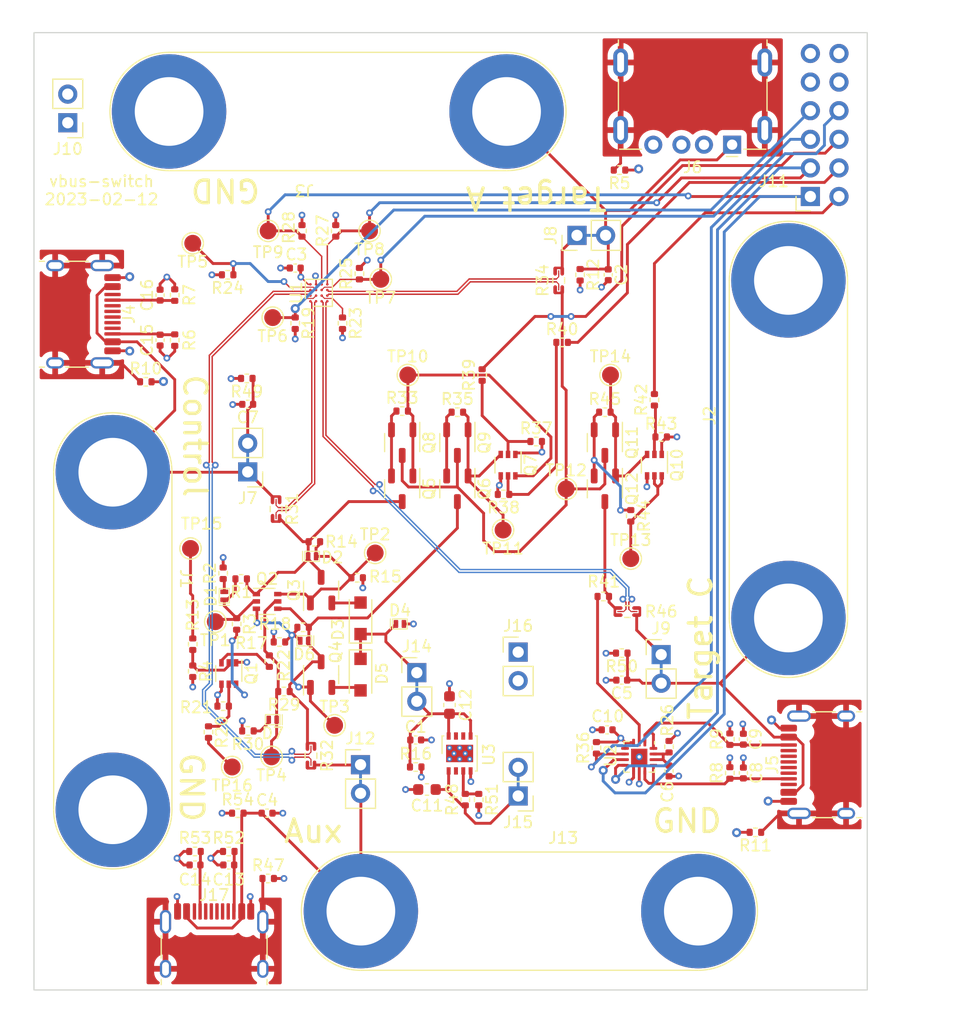
<source format=kicad_pcb>
(kicad_pcb (version 20211014) (generator pcbnew)
  (title_block (date "2023-02-12"))
  (layers (0 "F.Cu" signal) (1 "In1.Cu" signal) (2 "In2.Cu" signal) (31 "B.Cu" signal) (34 "B.Paste" user) (35 "F.Paste" user) (36 "B.SilkS" user "B.Silkscreen") (37 "F.SilkS" user "F.Silkscreen") (38 "B.Mask" user) (39 "F.Mask" user) (44 "Edge.Cuts" user))
  (net 0 "")
  (net 1 "VCC")
  (net 2 "GND")
  (net 4 "Net-(J4-PadA5)")
  (net 9 "Net-(J4-PadB5)")
  (net 11 "Net-(J4-PadS1)")
  (net 18 "Net-(J5-PadS1)")
  (net 19 "Net-(J6-Pad5)")
  (net 22 "+5V")
  (net 23 "Net-(D1-Pad1)")
  (net 24 "Net-(D2-Pad2)")
  (net 25 "TARGET_A_VBUS_CONN")
  (net 26 "CONTROL_VBUS_CONN")
  (net 27 "Net-(Q5-Pad2)")
  (net 28 "TARGET_C_VBUS_CONN")
  (net 29 "Net-(Q7-Pad5)")
  (net 30 "Net-(R23-Pad1)")
  (net 31 "Net-(R24-Pad1)")
  (net 32 "/VCONN")
  (net 33 "/CC1")
  (net 34 "/CC2")
  (net 35 "/INT_N")
  (net 36 "/GPIO")
  (net 37 "/SLOW")
  (net 38 "/SDA")
  (net 39 "/SCL")
  (net 40 "AUX_VBUS_CONN")
  (net 41 "Net-(Q1-Pad3)")
  (net 42 "Net-(C11-Pad1)")
  (net 43 "Net-(D1-Pad2)")
  (net 44 "CONTROL_VBUS")
  (net 45 "Net-(D3-Pad2)")
  (net 46 "Net-(D5-Pad2)")
  (net 47 "AUX_VBUS")
  (net 48 "Net-(D6-Pad2)")
  (net 49 "Net-(D7-Pad1)")
  (net 50 "Net-(D7-Pad2)")
  (net 51 "~{TARGET_C_VBUS_EN}")
  (net 52 "AUX_VBUS_EN")
  (net 53 "CONTROL_VBUS_EN")
  (net 54 "Net-(Q1-Pad2)")
  (net 55 "Net-(Q1-Pad5)")
  (net 56 "Net-(Q1-Pad6)")
  (net 57 "Net-(Q5-Pad1)")
  (net 58 "Net-(Q6-Pad1)")
  (net 59 "Net-(Q6-Pad2)")
  (net 60 "Net-(Q7-Pad2)")
  (net 61 "TARGET_A_VBUS")
  (net 62 "Net-(Q10-Pad2)")
  (net 63 "Net-(Q10-Pad3)")
  (net 64 "Net-(Q10-Pad5)")
  (net 65 "Net-(Q11-Pad2)")
  (net 66 "TARGET_C_VBUS")
  (net 67 "~{CONTROL_VBUS_IN_EN}")
  (net 68 "~{AUX_VBUS_IN_EN}")
  (net 69 "CONTROL_SENSE+")
  (net 70 "CONTROL_SENSE-")
  (net 71 "AUX_SENSE-")
  (net 72 "AUX_SENSE+")
  (net 73 "TARGET_A_SENSE-")
  (net 74 "TARGET_A_SENSE+")
  (net 75 "Net-(U2-Pad2)")
  (net 76 "TARGET_C_SENSE-")
  (net 77 "TARGET_C_SENSE+")
  (net 78 "Net-(R48-Pad2)")
  (net 82 "Net-(C13-Pad2)")
  (net 83 "Net-(C14-Pad1)")
  (net 90 "Net-(J17-PadS1)")
  (footprint "eval:USB_C_Receptacle_HRO_TYPE-C-31-M-12" (layer "F.Cu") (at 129 145.07)
    (fp_text reference "J17")
    (fp_text value "USB_C")
  )
  (footprint "Package_DFN_QFN:DFN-8-1EP_3x3mm_P0.65mm_EP1.55x2.4mm" (layer "F.Cu") (at 150.8 127 90)
    (fp_text reference "U3")
    (fp_text value "AP7361EA-33")
  )
  (footprint "Resistor_SMD:R_0402_1005Metric" (layer "F.Cu") (at 125.5 90.3 -90)
    (fp_text reference "R6")
    (fp_text value "5.1k")
  )
  (footprint "Resistor_SMD:R_0402_1005Metric" (layer "F.Cu") (at 136.9 115.8 180)
    (fp_text reference "R18")
    (fp_text value "33k")
  )
  (footprint "Connector_PinHeader_2.54mm:PinHeader_1x02_P2.54mm_Vertical" (layer "F.Cu") (at 168.7 118.225)
    (fp_text reference "J9")
    (fp_text value "01x02")
  )
  (footprint "Resistor_SMD:R_0402_1005Metric" (layer "F.Cu") (at 159.9 90.5)
    (fp_text reference "R40")
    (fp_text value "2.2k")
  )
  (footprint "Resistor_SMD:R_0402_1005Metric" (layer "F.Cu") (at 130.2 84.5 180)
    (fp_text reference "R24")
    (fp_text value "10k")
  )
  (footprint "eval:PinHeader_2x06_P2.54mm_PMOD" (layer "F.Cu") (at 181.95 77.55 180)
    (fp_text reference "J11")
    (fp_text value "Conn_02x06_Top_Bottom")
  )
  (footprint "eval:R_0603_1608Metric_Current_Sense" (layer "F.Cu") (at 159.6 85 90)
    (fp_text reference "R34")
    (fp_text value "0.02±1%")
  )
  (footprint "Resistor_SMD:R_0402_1005Metric" (layer "F.Cu") (at 133.8 138.1)
    (fp_text reference "R47")
    (fp_text value "0")
  )
  (footprint "Connector:Banana_Jack_2Pin" (layer "F.Cu") (at 125 70)
    (fp_text reference "J3")
    (fp_text value "BANANA")
  )
  (footprint "Resistor_SMD:R_0402_1005Metric" (layer "F.Cu") (at 131 115.5 -90)
    (fp_text reference "R3")
    (fp_text value "18.7k±1%")
  )
  (footprint "eval:DFN1006-2" (layer "F.Cu") (at 137 117 180)
    (fp_text reference "D6")
    (fp_text value "18±2%")
  )
  (footprint "Resistor_SMD:R_0402_1005Metric" (layer "F.Cu") (at 132 125 180)
    (fp_text reference "R30")
    (fp_text value "18.7k±1%")
  )
  (footprint "Capacitor_SMD:C_0603_1608Metric" (layer "F.Cu") (at 149.9 122.7 -90)
    (fp_text reference "C12")
    (fp_text value "1uF")
  )
  (footprint "Capacitor_SMD:C_0402_1005Metric" (layer "F.Cu") (at 176 128.73 -90)
    (fp_text reference "C8")
    (fp_text value "390pF")
  )
  (footprint "Resistor_SMD:R_0402_1005Metric" (layer "F.Cu") (at 135.2 121.5 180)
    (fp_text reference "R29")
    (fp_text value "18.7k±1%")
  )
  (footprint "Capacitor_SMD:C_0402_1005Metric" (layer "F.Cu") (at 127.3 136.9 180)
    (fp_text reference "C14")
    (fp_text value "390pF")
  )
  (footprint "eval:R_0603_1608Metric_Current_Sense" (layer "F.Cu") (at 137.6 127.2 -90)
    (fp_text reference "R32")
    (fp_text value "0.02±1%")
  )
  (footprint "Resistor_SMD:R_0402_1005Metric" (layer "F.Cu") (at 165 75.2 180)
    (fp_text reference "R5")
    (fp_text value "0")
  )
  (footprint "Package_TO_SOT_SMD:SOT-363_SC-70-6" (layer "F.Cu") (at 130.3 119.9 -90)
    (fp_text reference "Q1")
    (fp_text value "2NPN")
  )
  (footprint "TestPoint:TestPoint_Pad_D1.5mm" (layer "F.Cu") (at 130.6 128.2 180)
    (fp_text reference "TP16")
    (fp_text value "TestPoint")
  )
  (footprint "TestPoint:TestPoint_Pad_D1.5mm" (layer "F.Cu") (at 160.26 103.51)
    (fp_text reference "TP12")
    (fp_text value "TestPoint")
  )
  (footprint "Diode_SMD:D_SOD-123F" (layer "F.Cu") (at 142 120 -90)
    (fp_text reference "D5")
    (fp_text value "D")
  )
  (footprint "Capacitor_SMD:C_0402_1005Metric" (layer "F.Cu") (at 164 84.5 -90)
    (fp_text reference "C2")
    (fp_text value "C")
  )
  (footprint "Connector_PinHeader_2.54mm:PinHeader_1x02_P2.54mm_Vertical" (layer "F.Cu") (at 131.98 102 180)
    (fp_text reference "J7")
    (fp_text value "01x02")
  )
  (footprint "eval:DFN1006-2" (layer "F.Cu") (at 137.7 109.5)
    (fp_text reference "D2")
    (fp_text value "18±2%")
  )
  (footprint "Package_TO_SOT_SMD:SOT-23-3" (layer "F.Cu") (at 145.7 99.4 -90)
    (fp_text reference "Q8")
    (fp_text value "PMOS")
  )
  (footprint "TestPoint:TestPoint_Pad_D1.5mm" (layer "F.Cu") (at 143.8 84.9 180)
    (fp_text reference "TP7")
    (fp_text value "TestPoint")
  )
  (footprint "TestPoint:TestPoint_Pad_D1.5mm" (layer "F.Cu") (at 143.3 109.2)
    (fp_text reference "TP2")
    (fp_text value "TestPoint")
  )
  (footprint "Capacitor_SMD:C_0402_1005Metric" (layer "F.Cu") (at 163.9 124.9 180)
    (fp_text reference "C10")
    (fp_text value "C")
  )
  (footprint "Resistor_SMD:R_0402_1005Metric" (layer "F.Cu") (at 134.8 117.1 180)
    (fp_text reference "R17")
    (fp_text value "18.7k±1%")
  )
  (footprint "Capacitor_SMD:C_0603_1608Metric" (layer "F.Cu") (at 147.9 130.2 180)
    (fp_text reference "C11")
    (fp_text value "2.2uF")
  )
  (footprint "Resistor_SMD:R_0402_1005Metric" (layer "F.Cu") (at 174.8 125.73 90)
    (fp_text reference "R9")
    (fp_text value "5.1k")
  )
  (footprint "eval:R_0603_1608Metric_Current_Sense" (layer "F.Cu") (at 165.7 114.4)
    (fp_text reference "R46")
    (fp_text value "0.02±1%")
  )
  (footprint "Resistor_SMD:R_0402_1005Metric" (layer "F.Cu") (at 168.1 95.6 90)
    (fp_text reference "R42")
    (fp_text value "2.2k")
  )
  (footprint "eval:USB_C_Receptacle_HRO_TYPE-C-31-M-12" (layer "F.Cu") (at 184.07 128 90)
    (fp_text reference "J5")
    (fp_text value "USB_C")
  )
  (footprint "Connector_PinHeader_2.54mm:PinHeader_1x02_P2.54mm_Vertical" (layer "F.Cu") (at 161.225 81 90)
    (fp_text reference "J8")
    (fp_text value "01x02")
  )
  (footprint "Resistor_SMD:R_0402_1005Metric" (layer "F.Cu") (at 127.1 119.7 -90)
    (fp_text reference "R4")
    (fp_text value "18.7k±1%")
  )
  (footprint "Connector_PinHeader_2.54mm:PinHeader_1x02_P2.54mm_Vertical" (layer "F.Cu") (at 156 118)
    (fp_text reference "J16")
    (fp_text value "01x02")
  )
  (footprint "TestPoint:TestPoint_Pad_D1.5mm" (layer "F.Cu") (at 154.66 107.16 180)
    (fp_text reference "TP11")
    (fp_text value "TestPoint")
  )
  (footprint "Package_TO_SOT_SMD:SOT-23-3" (layer "F.Cu") (at 145.7 103.5 -90)
    (fp_text reference "Q5")
    (fp_text value "PMOS")
  )
  (footprint "TestPoint:TestPoint_Pad_D1.5mm" (layer "F.Cu") (at 133.8 80.6 180)
    (fp_text reference "TP9")
    (fp_text value "TestPoint")
  )
  (footprint "Capacitor_SMD:C_0402_1005Metric" (layer "F.Cu") (at 165.2 120.49 180)
    (fp_text reference "C5")
    (fp_text value "C")
  )
  (footprint "Connector:Banana_Jack_2Pin" (layer "F.Cu") (at 172 141 180)
    (fp_text reference "J13")
    (fp_text value "BANANA")
  )
  (footprint "Resistor_SMD:R_0402_1005Metric" (layer "F.Cu") (at 177.07 134 180)
    (fp_text reference "R11")
    (fp_text value "0")
  )
  (footprint "Connector_PinHeader_2.54mm:PinHeader_1x02_P2.54mm_Vertical" (layer "F.Cu") (at 156 130.775 180)
    (fp_text reference "J15")
    (fp_text value "01x02")
  )
  (footprint "Capacitor_SMD:C_0402_1005Metric" (layer "F.Cu") (at 133.7 132.3)
    (fp_text reference "C4")
    (fp_text value "C")
  )
  (footprint "Resistor_SMD:R_0402_1005Metric" (layer "F.Cu") (at 127.3 135.7 180)
    (fp_text reference "R53")
    (fp_text value "5.1k")
  )
  (footprint "Resistor_SMD:R_0402_1005Metric" (layer "F.Cu") (at 122.93 94)
    (fp_text reference "R10")
    (fp_text value "0")
  )
  (footprint "Resistor_SMD:R_0402_1005Metric" (layer "F.Cu") (at 150.6 96.7)
    (fp_text reference "R35")
    (fp_text value "33k")
  )
  (footprint "Resistor_SMD:R_0402_1005Metric" (layer "F.Cu") (at 125.5 86.3 90)
    (fp_text reference "R7")
    (fp_text value "5.1k")
  )
  (footprint "eval:WLCSP-16_2.225x2.170mm_Layout4x4_P0.5mm" (layer "F.Cu") (at 138.3 86.1 90)
    (fp_text reference "U1")
    (fp_text value "PAC195X-1-WLCSP")
  )
  (footprint "Resistor_SMD:R_0402_1005Metric" (layer "F.Cu") (at 154.7 104 180)
    (fp_text reference "R38")
    (fp_text value "33k")
  )
  (footprint "Resistor_SMD:R_0402_1005Metric" (layer "F.Cu") (at 145.7 96.6)
    (fp_text reference "R33")
    (fp_text value "33k")
  )
  (footprint "Capacitor_SMD:C_0402_1005Metric" (layer "F.Cu") (at 131.98 96 180)
    (fp_text reference "C7")
    (fp_text value "C")
  )
  (footprint "Resistor_SMD:R_0402_1005Metric" (layer "F.Cu") (at 141.9 84.4 90)
    (fp_text reference "R25")
    (fp_text value "10k")
  )
  (footprint "TestPoint:TestPoint_Pad_D1.5mm" (layer "F.Cu") (at 129.1 115.3 180)
    (fp_text reference "TP1")
    (fp_text value "TestPoint")
  )
  (footprint "Resistor_SMD:R_0402_1005Metric" (layer "F.Cu") (at 137.9 108.2)
    (fp_text reference "R14")
    (fp_text value "33k")
  )
  (footprint "Diode_SMD:D_SOD-123F" (layer "F.Cu") (at 142 115 90)
    (fp_text reference "D3")
    (fp_text value "D")
  )
  (footprint "TestPoint:TestPoint_Pad_D1.5mm" (layer "F.Cu") (at 164.2 93.4)
    (fp_text reference "TP14")
    (fp_text value "TestPoint")
  )
  (footprint "Resistor_SMD:R_0402_1005Metric" (layer "F.Cu") (at 169.4 126.4 90)
    (fp_text reference "R26")
    (fp_text value "0")
  )
  (footprint "Resistor_SMD:R_0402_1005Metric" (layer "F.Cu") (at 127.1 117.3 90)
    (fp_text reference "R13")
    (fp_text value "2.2k")
  )
  (footprint "Package_DFN_QFN:WQFN-14-1EP_2.5x2.5mm_P0.5mm_EP1.45x1.45mm" (layer "F.Cu") (at 166.75 127.3 -90)
    (fp_text reference "U2")
    (fp_text value "FUSB302BMPX")
  )
  (footprint "Package_TO_SOT_SMD:SOT-363_SC-70-6" (layer "F.Cu") (at 168.1 101.4 -90)
    (fp_text reference "Q10")
    (fp_text value "2NPN")
  )
  (footprint "Connector:Banana_Jack_2Pin" (layer "F.Cu") (at 120 132 90)
    (fp_text reference "J1")
    (fp_text value "BANANA")
  )
  (footprint "Package_TO_SOT_SMD:SOT-23-3" (layer "F.Cu") (at 163.7 99.4 -90)
    (fp_text reference "Q11")
    (fp_text value "PMOS")
  )
  (footprint "Capacitor_SMD:C_0402_1005Metric" (layer "F.Cu") (at 124.2 86.3 90)
    (fp_text reference "C16")
    (fp_text value "390pF")
  )
  (footprint "Capacitor_SMD:C_0402_1005Metric" (layer "F.Cu") (at 176 125.73 90)
    (fp_text reference "C9")
    (fp_text value "390pF")
  )
  (footprint "Package_TO_SOT_SMD:SOT-23-3" (layer "F.Cu") (at 138.5 112.5 90)
    (fp_text reference "Q3")
    (fp_text value "PMOS")
  )
  (footprint "Capacitor_SMD:C_0402_1005Metric" (layer "F.Cu") (at 169.4 128.55 -90)
    (fp_text reference "C6")
    (fp_text value "C")
  )
  (footprint "Package_TO_SOT_SMD:SOT-23-3" (layer "F.Cu") (at 138.5 120 90)
    (fp_text reference "Q4")
    (fp_text value "PMOS")
  )
  (footprint "Connector_PinHeader_2.54mm:PinHeader_1x02_P2.54mm_Vertical" (layer "F.Cu") (at 147 119.825)
    (fp_text reference "J14")
    (fp_text value "01x02")
  )
  (footprint "TestPoint:TestPoint_Pad_D1.5mm" (layer "F.Cu") (at 134.2 88.3 180)
    (fp_text reference "TP6")
    (fp_text value "TestPoint")
  )
  (footprint "Resistor_SMD:R_0402_1005Metric" (layer "F.Cu") (at 133.9 118.8 -90)
    (fp_text reference "R22")
    (fp_text value "18.7k±1%")
  )
  (footprint "Resistor_SMD:R_0402_1005Metric" (layer "F.Cu") (at 162.95 126.5 90)
    (fp_text reference "R36")
    (fp_text value "10k")
  )
  (footprint "TestPoint:TestPoint_Pad_D1.5mm" (layer "F.Cu") (at 127.1 81.7 180)
    (fp_text reference "TP5")
    (fp_text value "TestPoint")
  )
  (footprint "TestPoint:TestPoint_Pad_D1.5mm" (layer "F.Cu") (at 146.2 93.4)
    (fp_text reference "TP10")
    (fp_text value "TestPoint")
  )
  (footprint "Resistor_SMD:R_0402_1005Metric" (layer "F.Cu") (at 163.56 113.06 180)
    (fp_text reference "R41")
    (fp_text value "18.7k±1%")
  )
  (footprint "eval:R_0603_1608Metric_Current_Sense" (layer "F.Cu") (at 134.5 105.3 -90)
    (fp_text reference "R31")
    (fp_text value "0.02±1%")
  )
  (footprint "Resistor_SMD:R_0402_1005Metric" (layer "F.Cu") (at 151.3 131.1 90)
    (fp_text reference "R48")
    (fp_text value "58.3k±1%")
  )
  (footprint "Resistor_SMD:R_0402_1005Metric" (layer "F.Cu") (at 165.2 118.09 180)
    (fp_text reference "R50")
    (fp_text value "R")
  )
  (footprint "TestPoint:TestPoint_Pad_D1.5mm" (layer "F.Cu") (at 142.8 80.6 180)
    (fp_text reference "TP8")
    (fp_text value "TestPoint")
  )
  (footprint "Resistor_SMD:R_0402_1005Metric" (layer "F.Cu") (at 168.7 98.9)
    (fp_text reference "R43")
    (fp_text value "33k")
  )
  (footprint "Package_TO_SOT_SMD:SOT-23-3" (layer "F.Cu") (at 150.6 103.5 -90)
    (fp_text reference "Q6")
    (fp_text value "PMOS")
  )
  (footprint "Capacitor_SMD:C_0402_1005Metric" (layer "F.Cu") (at 124.2 90.3 90)
    (fp_text reference "C15")
    (fp_text value "390pF")
  )
  (footprint "Package_TO_SOT_SMD:SOT-23-3" (layer "F.Cu") (at 163.7 103.5 -90)
    (fp_text reference "Q12")
    (fp_text value "PMOS")
  )
  (footprint "Package_TO_SOT_SMD:SOT-363_SC-70-6" (layer "F.Cu") (at 155.1 101.4 -90)
    (fp_text reference "Q7")
    (fp_text value "2NPN")
  )
  (footprint "Resistor_SMD:R_0402_1005Metric" (layer "F.Cu") (at 163.7 96.7)
    (fp_text reference "R45")
    (fp_text value "33k")
  )
  (footprint "eval:USB_C_Receptacle_HRO_TYPE-C-31-M-12" (layer "F.Cu") (at 115.93 88 -90)
    (fp_text reference "J4")
    (fp_text value "USB_C")
  )
  (footprint "Resistor_SMD:R_0402_1005Metric" (layer "F.Cu") (at 139.8 80.6 90)
    (fp_text reference "R27")
    (fp_text value "1.8k")
  )
  (footprint "Resistor_SMD:R_0402_1005Metric" (layer "F.Cu") (at 129.8 122.8 180)
    (fp_text reference "R21")
    (fp_text value "18.7k±1%")
  )
  (footprint "Resistor_SMD:R_0402_1005Metric" (layer "F.Cu") (at 152.8 93.4 90)
    (fp_text reference "R39")
    (fp_text value "2.2k")
  )
  (footprint "Resistor_SMD:R_0402_1005Metric" (layer "F.Cu") (at 140.4 88.8 -90)
    (fp_text reference "R23")
    (fp_text value "0")
  )
  (footprint "eval:DFN1006-2" (layer "F.Cu") (at 134.2 124 180)
    (fp_text reference "D7")
    (fp_text value "4.7±2%")
  )
  (footprint "Resistor_SMD:R_0402_1005Metric" (layer "F.Cu") (at 128.5 125.1 -90)
    (fp_text reference "R20")
    (fp_text value "2.2k")
  )
  (footprint "Connector_PinHeader_2.54mm:PinHeader_1x02_P2.54mm_Vertical" (layer "F.Cu") (at 116 71 180)
    (fp_text reference "J10")
    (fp_text value "01x02")
  )
  (footprint "Resistor_SMD:R_0402_1005Metric" (layer "F.Cu") (at 174.8 128.73 90)
    (fp_text reference "R8")
    (fp_text value "5.1k")
  )
  (footprint "TestPoint:TestPoint_Pad_D1.5mm" (layer "F.Cu") (at 126.9 108.8)
    (fp_text reference "TP15")
    (fp_text value "TestPoint")
  )
  (footprint "Capacitor_SMD:C_0402_1005Metric" (layer "F.Cu") (at 146.9 125.8)
    (fp_text reference "C1")
    (fp_text value "C")
  )
  (footprint "Resistor_SMD:R_0402_1005Metric" (layer "F.Cu") (at 136.8 80.6 90)
    (fp_text reference "R28")
    (fp_text value "1.8k")
  )
  (footprint "Capacitor_SMD:C_0402_1005Metric" (layer "F.Cu") (at 136.2 83.9 180)
    (fp_text reference "C3")
    (fp_text value "C")
  )
  (footprint "Connector_PinHeader_2.54mm:PinHeader_1x02_P2.54mm_Vertical" (layer "F.Cu") (at 142 128)
    (fp_text reference "J12")
    (fp_text value "01x02")
  )
  (footprint "Package_TO_SOT_SMD:SOT-23-3" (layer "F.Cu") (at 150.6 99.4 -90)
    (fp_text reference "Q9")
    (fp_text value "PMOS")
  )
  (footprint "Package_TO_SOT_SMD:SOT-363_SC-70-6" (layer "F.Cu") (at 133.7 113.5)
    (fp_text reference "Q2")
    (fp_text value "2PNP")
  )
  (footprint "Resistor_SMD:R_0402_1005Metric" (layer "F.Cu") (at 161.5 84.5 -90)
    (fp_text reference "R12")
    (fp_text value "R")
  )
  (footprint "TestPoint:TestPoint_Pad_D1.5mm" (layer "F.Cu") (at 134.1 127.3 180)
    (fp_text reference "TP4")
    (fp_text value "TestPoint")
  )
  (footprint "Resistor_SMD:R_0402_1005Metric" (layer "F.Cu") (at 131.4 111.5 180)
    (fp_text reference "R1")
    (fp_text value "18.7k±1%")
  )
  (footprint "Resistor_SMD:R_0402_1005Metric" (layer "F.Cu") (at 131.9 93.7 180)
    (fp_text reference "R49")
    (fp_text value "R")
  )
  (footprint "Resistor_SMD:R_0402_1005Metric" (layer "F.Cu") (at 166 105.9 -90)
    (fp_text reference "R44")
    (fp_text value "33k")
  )
  (footprint "Resistor_SMD:R_0402_1005Metric" (layer "F.Cu") (at 131.1 132.3 180)
    (fp_text reference "R54")
    (fp_text value "R")
  )
  (footprint "Resistor_SMD:R_0402_1005Metric" (layer "F.Cu") (at 130.3 135.7 180)
    (fp_text reference "R52")
    (fp_text value "5.1k")
  )
  (footprint "Resistor_SMD:R_0402_1005Metric" (layer "F.Cu") (at 129.8 111 90)
    (fp_text reference "R2")
    (fp_text value "18.7k±1%")
  )
  (footprint "Connector:Banana_Jack_2Pin" (layer "F.Cu") (at 180 85 -90)
    (fp_text reference "J2")
    (fp_text value "BANANA")
  )
  (footprint "Resistor_SMD:R_0402_1005Metric" (layer "F.Cu") (at 136.2 88.8 -90)
    (fp_text reference "R19")
    (fp_text value "10k")
  )
  (footprint "Resistor_SMD:R_0402_1005Metric" (layer "F.Cu") (at 157.6 99.3)
    (fp_text reference "R37")
    (fp_text value "33k")
  )
  (footprint "TestPoint:TestPoint_Pad_D1.5mm" (layer "F.Cu") (at 139.7 124.5)
    (fp_text reference "TP3")
    (fp_text value "TestPoint")
  )
  (footprint "eval:USB_A_Kycon_KUSBXHT-SB-AS1N-B30-NF_Horizontal" (layer "F.Cu") (at 175 72.95 180)
    (fp_text reference "J6")
    (fp_text value "USB_A")
  )
  (footprint "eval:DFN1006-2" (layer "F.Cu") (at 145.5 115.5)
    (fp_text reference "D4")
    (fp_text value "6.2±2%")
  )
  (footprint "eval:DFN1006-2" (layer "F.Cu") (at 129.9 113 90)
    (fp_text reference "D1")
    (fp_text value "4.7±2%")
  )
  (footprint "Capacitor_SMD:C_0402_1005Metric" (layer "F.Cu") (at 130.3 136.9)
    (fp_text reference "C13")
    (fp_text value "390pF")
  )
  (footprint "TestPoint:TestPoint_Pad_D1.5mm" (layer "F.Cu") (at 166 109.7)
    (fp_text reference "TP13")
    (fp_text value "TestPoint")
  )
  (footprint "Resistor_SMD:R_0402_1005Metric" (layer "F.Cu") (at 146.9 128.2)
    (fp_text reference "R16")
    (fp_text value "R")
  )
  (footprint "Resistor_SMD:R_0402_1005Metric" (layer "F.Cu") (at 152.5 131.1 -90)
    (fp_text reference "R51")
    (fp_text value "18.7k±1%")
  )
  (footprint "Resistor_SMD:R_0402_1005Metric" (layer "F.Cu") (at 141.7 111.4)
    (fp_text reference "R15")
    (fp_text value "18.7k±1%")
  )
  (gr_rect (start 113 63) (end 187 148) (layer "Edge.Cuts") (width 0.1) (fill none))
  (gr_text "GND" (at 171 133) (layer "F.SilkS") (effects (font (size 2 2) (thickness 0.3))))
  (gr_text "Target A" (at 157.6 77.7 180) (layer "F.SilkS") (effects (font (size 2 2) (thickness 0.3))))
  (gr_text "GND" (at 130 77 180) (layer "F.SilkS") (effects (font (size 2 2) (thickness 0.3))))
  (gr_text "vbus-switch\n${ISSUE_DATE}" (at 119 77) (layer "F.SilkS") (effects (font (size 1 1))))
  (gr_text "Target C" (at 172.2 117.6 90) (layer "F.SilkS") (effects (font (size 2 2) (thickness 0.3))))
  (gr_text "GND" (at 127 130 270) (layer "F.SilkS") (effects (font (size 2 2) (thickness 0.3))))
  (gr_text "Aux" (at 137.8 133.9) (layer "F.SilkS") (effects (font (size 2 2) (thickness 0.3))))
  (gr_text "Control" (at 127.3 98.8 270) (layer "F.SilkS") (effects (font (size 2 2) (thickness 0.3))))
  (segment (start 164.76 125.99) (end 165.115 125.635) (width 0.254) (layer "F.Cu") (net 1))
  (segment (start 136.68 83.9) (end 136.68 84.68) (width 0.254) (layer "F.Cu") (net 1))
  (segment (start 169.46 125.89) (end 170.15 125.2) (width 0.254) (layer "F.Cu") (net 1))
  (segment (start 137.35 85.35) (end 136.7 84.7) (width 0.127) (layer "F.Cu") (net 1))
  (segment (start 141.91 83.89) (end 142.6 83.2) (width 0.254) (layer "F.Cu") (net 1))
  (segment (start 162.95 125.99) (end 164.76 125.99) (width 0.254) (layer "F.Cu") (net 1))
  (segment (start 165.4875 126.0075) (end 164.38 124.9) (width 0.254) (layer "F.Cu") (net 1))
  (segment (start 169.4 125.89) (end 169.46 125.89) (width 0.254) (layer "F.Cu") (net 1))
  (segment (start 139.8 80.09) (end 139.8 79.2) (width 0.254) (layer "F.Cu") (net 1))
  (segment (start 141.9 83.89) (end 141.91 83.89) (width 0.254) (layer "F.Cu") (net 1))
  (segment (start 129.69 84.5) (end 128.8 84.5) (width 0.254) (layer "F.Cu") (net 1))
  (segment (start 166.25 126.0375) (end 165.5175 126.0375) (width 0.254) (layer "F.Cu") (net 1))
  (segment (start 137.55 85.35) (end 137.35 85.35) (width 0.127) (layer "F.Cu") (net 1))
  (segment (start 136.68 84.68) (end 136.7 84.7) (width 0.254) (layer "F.Cu") (net 1))
  (segment (start 136.8 80.09) (end 136.8 79.2) (width 0.254) (layer "F.Cu") (net 1))
  (segment (start 136.2 89.31) (end 136.2 90.2) (width 0.254) (layer "F.Cu") (net 1))
  (segment (start 165.4875 126.55) (end 165.4875 126.0075) (width 0.254) (layer "F.Cu") (net 1))
  (segment (start 165.5175 126.0375) (end 165.4875 126.0075) (width 0.254) (layer "F.Cu") (net 1))
  (via (at 136.8 79.2) (size 0.6) (drill 0.3) (layers "F.Cu" "B.Cu") (net 1))
  (via (at 142.6 83.2) (size 0.6) (drill 0.3) (layers "F.Cu" "B.Cu") (net 1))
  (via (at 165.115 125.635) (size 0.6) (drill 0.3) (layers "F.Cu" "B.Cu") (net 1))
  (via (at 170.15 125.2) (size 0.6) (drill 0.3) (layers "F.Cu" "B.Cu") (net 1))
  (via (at 128.8 84.5) (size 0.6) (drill 0.3) (layers "F.Cu" "B.Cu") (net 1))
  (via (at 139.8 79.2) (size 0.6) (drill 0.3) (layers "F.Cu" "B.Cu") (net 1))
  (via (at 136.2 90.2) (size 0.6) (drill 0.3) (layers "F.Cu" "B.Cu") (net 1))
  (via (at 136.7 84.7) (size 0.6) (drill 0.3) (layers "F.Cu" "B.Cu") (net 1))
  (segment (start 170.09 98.9) (end 170.1 98.89) (width 0.254) (layer "F.Cu") (net 2))
  (segment (start 179.22 124.75) (end 178.5 124.03) (width 0.25) (layer "F.Cu") (net 2))
  (segment (start 123.44 94) (end 124.47 94) (width 0.25) (layer "F.Cu") (net 2))
  (segment (start 129.79 135.7) (end 129.3 135.7) (width 0.254) (layer "F.Cu") (net 2))
  (segment (start 130.52 93.7) (end 130.5 93.72) (width 0.254) (layer "F.Cu") (net 2))
  (segment (start 131.49 125) (end 131.49 124.11) (width 0.254) (layer "F.Cu") (net 2))
  (segment (start 176.56 134) (end 175.43 134) (width 0.25) (layer "F.Cu") (net 2))
  (segment (start 131.5 96) (end 130.67 96) (width 0.254) (layer "F.Cu") (net 2))
  (segment (start 124.2 85.82) (end 124.2 85.3) (width 0.254) (layer "F.Cu") (net 2))
  (segment (start 169.21 98.9) (end 170.09 98.9) (width 0.254) (layer "F.Cu") (net 2))
  (segment (start 145.85 115.5) (end 146.7 115.5) (width 0.254) (layer "F.Cu") (net 2))
  (segment (start 176 125.25) (end 176 124.43) (width 0.254) (layer "F.Cu") (net 2))
  (segment (start 130.1 132.3) (end 129.7 132.3) (width 0.254) (layer "F.Cu") (net 2))
  (segment (start 134.31 138.1) (end 135.2 138.1) (width 0.254) (layer "F.Cu") (net 2))
  (segment (start 134.18 132.3) (end 135.1 132.3) (width 0.254) (layer "F.Cu") (net 2))
  (segment (start 163.81 120.49) (end 163.8 120.5) (width 0.254) (layer "F.Cu") (net 2))
  (segment (start 170.22 129.03) (end 170.25 129) (width 0.254) (layer "F.Cu") (net 2))
  (segment (start 138.05 84.65) (end 138 84.6) (width 0.127) (layer "F.Cu") (net 2))
  (segment (start 131 118.9) (end 131.9 118.9) (width 0.254) (layer "F.Cu") (net 2))
  (segment (start 121.48 91.25) (end 121.5 91.27) (width 0.25) (layer "F.Cu") (net 2))
  (segment (start 168.75 99.36) (end 169.21 98.9) (width 0.254) (layer "F.Cu") (net 2))
  (segment (start 166.25 128.5625) (end 166.25 129.15) (width 0.254) (layer "F.Cu") (net 2))
  (segment (start 125.5 85.3) (end 124.9 84.7) (width 0.254) (layer "F.Cu") (net 2))
  (segment (start 166.75 127.3) (end 166.75 128.5625) (width 0.254) (layer "F.Cu") (net 2))
  (segment (start 147.125 130.2) (end 146 130.2) (width 0.254) (layer "F.Cu") (net 2))
  (segment (start 126.79 135.7) (end 126.3 135.7) (width 0.254) (layer "F.Cu") (net 2))
  (segment (start 165.51 75.2) (end 166.6 75.2) (width 0.25) (layer "F.Cu") (net 2))
  (segment (start 121.42 84.75) (end 121.5 84.67) (width 0.25) (layer "F.Cu") (net 2))
  (segment (start 138.05 85.35) (end 138.05 84.65) (width 0.127) (layer "F.Cu") (net 2))
  (segment (start 161.5 85.01) (end 161.5 85.85) (width 0.254) (layer "F.Cu") (net 2))
  (segment (start 180.025 131.25) (end 178.22 131.25) (width 0.25) (layer "F.Cu") (net 2))
  (segment (start 124.47 94) (end 124.5 93.97) (width 0.25) (layer "F.Cu") (net 2))
  (segment (start 164 84.98) (end 164 85) (width 0.254) (layer "F.Cu") (net 2))
  (segment (start 126.3 136.9) (end 125.7 136.3) (width 0.254) (layer "F.Cu") (net 2))
  (segment (start 126.82 136.9) (end 126.3 136.9) (width 0.254) (layer "F.Cu") (net 2))
  (segment (start 129.3 135.7) (end 128.7 136.3) (width 0.254) (layer "F.Cu") (net 2))
  (segment (start 149.9 121.925) (end 149.9 120.8) (width 0.254) (layer "F.Cu") (net 2))
  (segment (start 147.41 128.2) (end 147.41 129.09) (width 0.254) (layer "F.Cu") (net 2))
  (segment (start 174.8 128.22) (end 174.8 127.38) (width 0.254) (layer "F.Cu") (net 2))
  (segment (start 125.75 141.025) (end 125.75 139.75) (width 0.254) (layer "F.Cu") (net 2))
  (segment (start 124.2 85.3) (end 124.8 84.7) (width 0.254) (layer "F.Cu") (net 2))
  (segment (start 119.975 91.25) (end 121.48 91.25) (width 0.25) (layer "F.Cu") (net 2))
  (segment (start 126.3 135.7) (end 125.7 136.3) (width 0.254) (layer "F.Cu") (net 2))
  (segment (start 166.25 129.15) (end 165.85 129.55) (width 0.254) (layer "F.Cu") (net 2))
  (segment (start 154.19 103.33) (end 154.33 103.19) (width 0.254) (layer "F.Cu") (net 2))
  (segment (start 155.88 100.32) (end 158.03 100.32) (width 0.254) (layer "F.Cu") (net 2))
  (segment (start 124.2 91.3) (end 124.8 91.9) (width 0.254) (layer "F.Cu") (net 2))
  (segment (start 158.03 100.32) (end 158.11 100.24) (width 0.254) (layer "F.Cu") (net 2))
  (segment (start 124.9 84.7) (end 124.8 84.7) (width 0.254) (layer "F.Cu") (net 2))
  (segment (start 147.38 125.8) (end 148.3 125.8) (width 0.254) (layer "F.Cu") (net 2))
  (segment (start 129.65 121.45) (end 129.3 121.8) (width 0.254) (layer "F.Cu") (net 2))
  (segment (start 174.8 125.22) (end 174.8 124.38) (width 0.254) (layer "F.Cu") (net 2))
  (segment (start 134.29 117.1) (end 134.29 116.21) (width 0.254) (layer "F.Cu") (net 2))
  (segment (start 135.72 83.9) (end 134.9 83.9) (width 0.254) (layer "F.Cu") (net 2))
  (segment (start 154.45 103.07) (end 154.33 103.19) (width 0.254) (layer "F.Cu") (net 2))
  (segment (start 176 128.25) (end 176 127.38) (width 0.254) (layer "F.Cu") (net 2))
  (segment (start 166.25 128.5625) (end 166.25 127.8) (width 0.254) (layer "F.Cu") (net 2))
  (segment (start 164.68 118.1) (end 163.8 118.1) (width 0.254) (layer "F.Cu") (net 2))
  (segment (start 178.22 131.25) (end 178.2 131.23) (width 0.25) (layer "F.Cu") (net 2))
  (segment (start 176 124.43) (end 175.95 124.38) (width 0.254) (layer "F.Cu") (net 2))
  (segment (start 130.95 118.95) (end 131 118.9) (width 0.254) (layer "F.Cu") (net 2))
  (segment (start 125.5 85.79) (end 125.5 85.3) (width 0.254) (layer "F.Cu") (net 2))
  (segment (start 169.4 129.03) (end 170.22 129.03) (width 0.254) (layer "F.Cu") (net 2))
  (segment (start 151.775 129.475) (end 151.8 129.5) (width 0.254) (layer "F.Cu") (net 2))
  (segment (start 130.67 96) (end 130.65 96.02) (width 0.254) (layer "F.Cu") (net 2))
  (segment (start 132.25 141.025) (end 132.25 139.75) (width 0.254) (layer "F.Cu") (net 2))
  (segment (start 167.45 102.35) (end 167.45 103.3) (width 0.254) (layer "F.Cu") (net 2))
  (segment (start 119.975 84.75) (end 121.42 84.75) (width 0.25) (layer "F.Cu") (net 2))
  (segment (start 129.29 121.81) (end 129.3 121.8) (width 0.254) (layer "F.Cu") (net 2))
  (segment (start 131.39 93.7) (end 130.52 93.7) (width 0.254) (layer "F.Cu") (net 2))
  (segment (start 154.45 102.35) (end 154.45 103.07) (width 0.254) (layer "F.Cu") (net 2))
  (segment (start 152.5 131.61) (end 152.5 132.5) (width 0.254) (layer "F.Cu") (net 2))
  (segment (start 124.2 90.78) (end 124.2 91.3) (width 0.254) (layer "F.Cu") (net 2))
  (segment (start 166.75 128.5625) (end 166.75 129.7) (width 0.254) (layer "F.Cu") (net 2))
  (segment (start 132.25 139.75) (end 132.2 139.7) (width 0.254) (layer "F.Cu") (net 2))
  (segment (start 131.49 124.11) (end 131.5 124.1) (width 0.254) (layer "F.Cu") (net 2))
  (segment (start 129.29 122.8) (end 129.29 121.81) (width 0.254) (layer "F.Cu") (net 2))
  (segment (start 180.025 124.75) (end 179.22 124.75) (width 0.25) (layer "F.Cu") (net 2))
  (segment (start 164.72 120.49) (end 163.81 120.49) (width 0.254) (layer "F.Cu") (net 2))
  (segment (start 130.59 132.3) (end 130.1 132.3) (width 0.254) (layer "F.Cu") (net 2))
  (segment (start 134.29 116.21) (end 134.3 116.2) (width 0.254) (layer "F.Cu") (net 2))
  (segment (start 166.6 75.2) (end 166.7 75.1) (width 0.25) (layer "F.Cu") (net 2))
  (segment (start 155.75 100.45) (end 155.88 100.32) (width 0.254) (layer "F.Cu") (net 2))
  (segment (start 125.5 91.3) (end 124.9 91.9) (width 0.254) (layer "F.Cu") (net 2))
  (segment (start 125.5 90.81) (end 125.5 91.3) (width 0.254) (layer "F.Cu") (net 2))
  (segment (start 129.65 120.85) (end 129.65 121.45) (width 0.254) (layer "F.Cu") (net 2))
  (segment (start 125.75 139.75) (end 125.7 139.7) (width 0.254) (layer "F.Cu") (net 2))
  (segment (start 158.11 99.3) (end 158.11 100.24) (width 0.254) (layer "F.Cu") (net 2))
  (segment (start 124.9 91.9) (end 124.8 91.9) (width 0.254) (layer "F.Cu") (net 2))
  (segment (start 166.25 127.8) (end 166.75 127.3) (width 0.254) (layer "F.Cu") (net 2))
  (segment (start 154.19 104) (end 154.19 103.33) (width 0.254) (layer "F.Cu") (net 2))
  (segment (start 164.69 118.09) (end 164.68 118.1) (width 0.254) (layer "F.Cu") (net 2))
  (segment (start 147.41 129.09) (end 147.4 129.1) (width 0.254) (layer "F.Cu") (net 2))
  (segment (start 164 85) (end 163.4 85.6) (width 0.254) (layer "F.Cu") (net 2))
  (segment (start 129.3 136.9) (end 128.7 136.3) (width 0.254) (layer "F.Cu") (net 2))
  (segment (start 163.42 124.9) (end 162.6 124.9) (width 0.254) (layer "F.Cu") (net 2))
  (segment (start 151.775 128.55) (end 151.775 129.475) (width 0.254) (layer "F.Cu") (net 2))
  (segment (start 129.8 110.49) (end 129.8 109.6) (width 0.254) (layer "F.Cu") (net 2))
  (segment (start 142.21 111.4) (end 142.21 112.29) (width 0.254) (layer "F.Cu") (net 2))
  (segment (start 167.45 103.3) (end 167.43 103.32) (width 0.254) (layer "F.Cu") (net 2))
  (segment (start 129.82 136.9) (end 129.3 136.9) (width 0.254) (layer "F.Cu") (net 2))
  (segment (start 142.21 112.29) (end 142.2 112.3) (width 0.254) (layer "F.Cu") (net 2))
  (segment (start 127.1 120.21) (end 127.1 121.1) (width 0.254) (layer "F.Cu") (net 2))
  (segment (start 140.4 89.31) (end 140.4 90.1) (width 0.254) (layer "F.Cu") (net 2))
  (segment (start 168.75 100.45) (end 168.75 99.36) (width 0.254) (layer "F.Cu") (net 2))
  (segment (start 175.43 134) (end 175.4 134.03) (width 0.25) (layer "F.Cu") (net 2))
  (via (at 131.9 118.9) (size 0.6) (drill 0.3) (layers "F.Cu" "B.Cu") (net 2))
  (via (at 149.9 126.5) (size 0.45) (drill 0.2) (layers "F.Cu" "B.Cu") (net 2))
  (via (at 128.7 136.3) (size 0.6) (drill 0.3) (layers "F.Cu" "B.Cu") (net 2))
  (via (at 135.2 138.1) (size 0.6) (drill 0.3) (layers "F.Cu" "B.Cu") (net 2))
  (via (at 138 84.6) (size 0.6) (drill 0.3) (layers "F.Cu" "B.Cu") (net 2))
  (via (at 124.8 91.9) (size 0.6) (drill 0.3) (layers "F.Cu" "B.Cu") (net 2))
  (via (at 121.5 84.67) (size 0.8) (drill 0.4) (layers "F.Cu" "B.Cu") (net 2))
  (via (at 175.4 134.03) (size 0.8) (drill 0.4) (layers "F.Cu" "B.Cu") (net 2))
  (via (at 158.11 100.24) (size 0.6) (drill 0.3) (layers "F.Cu" "B.Cu") (net 2))
  (via (at 130.65 96.02) (size 0.6) (drill 0.3) (layers "F.Cu" "B.Cu") (net 2))
  (via (at 129.3 121.8) (size 0.6) (drill 0.3) (layers "F.Cu" "B.Cu") (net 2))
  (via (at 166.75 127.3) (size 0.6) (drill 0.3) (layers "F.Cu" "B.Cu") (net 2))
  (via (at 174.8 124.38) (size 0.6) (drill 0.3) (layers "F.Cu" "B.Cu") (net 2))
  (via (at 147.4 129.1) (size 0.6) (drill 0.3) (layers "F.Cu" "B.Cu") (net 2))
  (via (at 174.8 127.38) (size 0.6) (drill 0.3) (layers "F.Cu" "B.Cu") (net 2))
  (via (at 150.8 126.5) (size 0.45) (drill 0.2) (layers "F.Cu" "B.Cu") (net 2))
  (via (at 176 127.38) (size 0.6) (drill 0.3) (layers "F.Cu" "B.Cu") (net 2))
  (via (at 124.5 93.97) (size 0.8) (drill 0.4) (layers "F.Cu" "B.Cu") (net 2))
  (via (at 163.4 85.6) (size 0.6) (drill 0.3) (layers "F.Cu" "B.Cu") (net 2))
  (via (at 154.33 103.19) (size 0.6) (drill 0.3) (layers "F.Cu" "B.Cu") (net 2))
  (via (at 150.3 127) (size 0.45) (drill 0.2) (layers "F.Cu" "B.Cu") (net 2))
  (via (at 125.7 139.7) (size 0.6) (drill 0.3) (layers "F.Cu" "B.Cu") (net 2))
  (via (at 129.8 109.6) (size 0.6) (drill 0.3) (layers "F.Cu" "B.Cu") (net 2))
  (via (at 125.7 136.3) (size 0.6) (drill 0.3) (layers "F.Cu" "B.Cu") (net 2))
  (via (at 121.5 91.27) (size 0.8) (drill 0.4) (layers "F.Cu" "B.Cu") (net 2))
  (via (at 149.9 120.8) (size 0.6) (drill 0.3) (layers "F.Cu" "B.Cu") (net 2))
  (via (at 124.8 84.7) (size 0.6) (drill 0.3) (layers "F.Cu" "B.Cu") (net 2))
  (via (at 146.7 115.5) (size 0.6) (drill 0.3) (layers "F.Cu" "B.Cu") (net 2))
  (via (at 170.1 98.89) (size 0.6) (drill 0.3) (layers "F.Cu" "B.Cu") (net 2))
  (via (at 129.7 132.3) (size 0.6) (drill 0.3) (layers "F.Cu" "B.Cu") (net 2))
  (via (at 131.5 124.1) (size 0.6) (drill 0.3) (layers "F.Cu" "B.Cu") (net 2))
  (via (at 146 130.2) (size 0.6) (drill 0.3) (layers "F.Cu" "B.Cu") (net 2))
  (via (at 150.8 127.5) (size 0.45) (drill 0.2) (layers "F.Cu" "B.Cu") (net 2))
  (via (at 151.3 127) (size 0.45) (drill 0.2) (layers "F.Cu" "B.Cu") (net 2))
  (via (at 163.8 118.1) (size 0.6) (drill 0.3) (layers "F.Cu" "B.Cu") (net 2))
  (via (at 134.9 83.9) (size 0.6) (drill 0.3) (layers "F.Cu" "B.Cu") (net 2))
  (via (at 165.85 129.55) (size 0.6) (drill 0.3) (layers "F.Cu" "B.Cu") (net 2))
  (via (at 162.6 124.9) (size 0.6) (drill 0.3) (layers "F.Cu" "B.Cu") (net 2))
  (via (at 134.3 116.2) (size 0.6) (drill 0.3) (layers "F.Cu" "B.Cu") (net 2))
  (via (at 140.4 90.1) (size 0.6) (drill 0.3) (layers "F.Cu" "B.Cu") (net 2))
  (via (at 151.7 126.5) (size 0.45) (drill 0.2) (layers "F.Cu" "B.Cu") (net 2))
  (via (at 127.1 121.1) (size 0.6) (drill 0.3) (layers "F.Cu" "B.Cu") (net 2))
  (via (at 148.3 125.8) (size 0.6) (drill 0.3) (layers "F.Cu" "B.Cu") (net 2))
  (via (at 163.8 120.5) (size 0.6) (drill 0.3) (layers "F.Cu" "B.Cu") (net 2))
  (via (at 152.5 132.5) (size 0.6) (drill 0.3) (layers "F.Cu" "B.Cu") (net 2))
  (via (at 178.2 131.23) (size 0.8) (drill 0.4) (layers "F.Cu" "B.Cu") (net 2))
  (via (at 151.7 127.5) (size 0.45) (drill 0.2) (layers "F.Cu" "B.Cu") (net 2))
  (via (at 142.2 112.3) (size 0.6) (drill 0.3) (layers "F.Cu" "B.Cu") (net 2))
  (via (at 132.2 139.7) (size 0.6) (drill 0.3) (layers "F.Cu" "B.Cu") (net 2))
  (via (at 149.9 127.5) (size 0.45) (drill 0.2) (layers "F.Cu" "B.Cu") (net 2))
  (via (at 170.25 129) (size 0.6) (drill 0.3) (layers "F.Cu" "B.Cu") (net 2))
  (via (at 161.5 85.85) (size 0.6) (drill 0.3) (layers "F.Cu" "B.Cu") (net 2))
  (via (at 135.1 132.3) (size 0.6) (drill 0.3) (layers "F.Cu" "B.Cu") (net 2))
  (via (at 130.5 93.72) (size 0.6) (drill 0.3) (layers "F.Cu" "B.Cu") (net 2))
  (via (at 175.95 124.38) (size 0.6) (drill 0.3) (layers "F.Cu" "B.Cu") (net 2))
  (via (at 167.43 103.32) (size 0.6) (drill 0.3) (layers "F.Cu" "B.Cu") (net 2))
  (via (at 166.7 75.1) (size 0.8) (drill 0.4) (layers "F.Cu" "B.Cu") (net 2))
  (via (at 178.5 124.03) (size 0.8) (drill 0.4) (layers "F.Cu" "B.Cu") (net 2))
  (via (at 166.75 129.7) (size 0.6) (drill 0.3) (layers "F.Cu" "B.Cu") (net 2))
  (via (at 151.8 129.5) (size 0.6) (drill 0.3) (layers "F.Cu" "B.Cu") (net 2))
  (segment (start 124.17 86.75) (end 124.2 86.78) (width 0.254) (layer "F.Cu") (net 4))
  (segment (start 124.2 86.78) (end 125.47 86.78) (width 0.254) (layer "F.Cu") (net 4))
  (segment (start 125.47 86.78) (end 125.5 86.81) (width 0.254) (layer "F.Cu") (net 4))
  (segment (start 119.975 86.75) (end 124.17 86.75) (width 0.254) (layer "F.Cu") (net 4))
  (segment (start 119.975 89.75) (end 124.13 89.75) (width 0.254) (layer "F.Cu") (net 9))
  (segment (start 124.13 89.75) (end 124.2 89.82) (width 0.254) (layer "F.Cu") (net 9))
  (segment (start 125.47 89.82) (end 125.5 89.79) (width 0.254) (layer "F.Cu") (net 9))
  (segment (start 124.2 89.82) (end 125.47 89.82) (width 0.254) (layer "F.Cu") (net 9))
  (segment (start 120.74 92.32) (end 122.42 94) (width 0.25) (layer "F.Cu") (net 11))
  (segment (start 119.06 92.32) (end 120.74 92.32) (width 0.25) (layer "F.Cu") (net 11))
  (segment (start 179.26 132.32) (end 177.58 134) (width 0.25) (layer "F.Cu") (net 18))
  (segment (start 180.94 132.32) (end 179.26 132.32) (width 0.25) (layer "F.Cu") (net 18))
  (segment (start 165.1 74.59) (end 164.49 75.2) (width 0.25) (layer "F.Cu") (net 19))
  (segment (start 165.1 71.65) (end 165.1 74.59) (width 0.25) (layer "F.Cu") (net 19))
  (segment (start 144.25 117.075) (end 147 119.825) (width 0.254) (layer "F.Cu") (net 22))
  (segment (start 142 118.6) (end 142 116.4) (width 0.254) (layer "F.Cu") (net 22))
  (segment (start 148.11 123.475) (end 147 122.365) (width 0.254) (layer "F.Cu") (net 22))
  (segment (start 146.42 125.8) (end 146.42 125.165) (width 0.254) (layer "F.Cu") (net 22))
  (segment (start 149.9 123.475) (end 148.11 123.475) (width 0.254) (layer "F.Cu") (net 22))
  (segment (start 146.39 128.2) (end 146.39 125.83) (width 0.254) (layer "F.Cu") (net 22))
  (segment (start 151.175 123.475) (end 149.9 123.475) (width 0.254) (layer "F.Cu") (net 22))
  (segment (start 151.775 124.075) (end 151.175 123.475) (width 0.254) (layer "F.Cu") (net 22))
  (segment (start 144.25 116.4) (end 145.15 115.5) (width 0.254) (layer "F.Cu") (net 22))
  (segment (start 151.775 125.45) (end 151.775 124.075) (width 0.254) (layer "F.Cu") (net 22))
  (segment (start 142 116.4) (end 144.25 116.4) (width 0.254) (layer "F.Cu") (net 22))
  (segment (start 146.39 125.83) (end 146.42 125.8) (width 0.254) (layer "F.Cu") (net 22))
  (segment (start 146.42 125.165) (end 148.11 123.475) (width 0.254) (layer "F.Cu") (net 22))
  (segment (start 144.25 116.4) (end 144.25 117.075) (width 0.254) (layer "F.Cu") (net 22))
  (segment (start 149.825 125.45) (end 149.825 123.55) (width 0.254) (layer "F.Cu") (net 22))
  (segment (start 149.825 123.55) (end 149.9 123.475) (width 0.254) (layer "F.Cu") (net 22))
  (segment (start 147 119.825) (end 147 122.365) (width 0.254) (layer "B.Cu") (net 22))
  (segment (start 130.89 112.61) (end 130.89 111.5) (width 0.254) (layer "F.Cu") (net 23))
  (segment (start 129.9 113.89) (end 131 114.99) (width 0.254) (layer "F.Cu") (net 23))
  (segment (start 130.89 115.1) (end 129.3 115.1) (width 0.254) (layer "F.Cu") (net 23))
  (segment (start 129.9 113.35) (end 129.9 113.89) (width 0.254) (layer "F.Cu") (net 23))
  (segment (start 131 114.99) (end 130.89 115.1) (width 0.254) (layer "F.Cu") (net 23))
  (segment (start 129.3 115.1) (end 129.1 115.3) (width 0.254) (layer "F.Cu") (net 23))
  (segment (start 132.49 113.5) (end 132.75 113.5) (width 0.254) (layer "F.Cu") (net 23))
  (segment (start 130.15 113.35) (end 130.89 112.61) (width 0.254) (layer "F.Cu") (net 23))
  (segment (start 129.9 113.35) (end 130.15 113.35) (width 0.254) (layer "F.Cu") (net 23))
  (segment (start 131 114.99) (end 132.49 113.5) (width 0.254) (layer "F.Cu") (net 23))
  (segment (start 139.29 109.5) (end 141.19 111.4) (width 0.254) (layer "F.Cu") (net 24))
  (segment (start 138.05 108.75) (end 138.41 108.39) (width 0.254) (layer "F.Cu") (net 24))
  (segment (start 137.55 113.6375) (end 137.55 113.35) (width 0.254) (layer "F.Cu") (net 24))
  (segment (start 140.19 112.4) (end 141.19 111.4) (width 0.254) (layer "F.Cu") (net 24))
  (segment (start 137.08 112.85) (end 137.55 113.32) (width 0.254) (layer "F.Cu") (net 24))
  (segment (start 138.05 109.5) (end 138.05 108.75) (width 0.254) (layer "F.Cu") (net 24))
  (segment (start 137.55 113.32) (end 137.55 113.6375) (width 0.254) (layer "F.Cu") (net 24))
  (segment (start 137.55 113.35) (end 138.5 112.4) (width 0.254) (layer "F.Cu") (net 24))
  (segment (start 138.5 112.4) (end 140.19 112.4) (width 0.254) (layer "F.Cu") (net 24))
  (segment (start 138.05 109.5) (end 139.29 109.5) (width 0.254) (layer "F.Cu") (net 24))
  (segment (start 141.19 111.4) (end 141.19 111.31) (width 0.254) (layer "F.Cu") (net 24))
  (segment (start 134.65 112.85) (end 137.08 112.85) (width 0.254) (layer "F.Cu") (net 24))
  (segment (start 138.41 108.39) (end 138.41 108.2) (width 0.254) (layer "F.Cu") (net 24))
  (segment (start 141.19 111.31) (end 143.3 109.2) (width 0.254) (layer "F.Cu") (net 24))
  (segment (start 159.9125 82.3125) (end 161.225 81) (width 0.254) (layer "F.Cu") (net 25))
  (segment (start 159.9125 84.175) (end 159.9125 82.3125) (width 0.254) (layer "F.Cu") (net 25))
  (segment (start 165.885 78.795) (end 170.38 74.3) (width 0.254) (layer "F.Cu") (net 25))
  (segment (start 163.97 83.99) (end 164 84.02) (width 0.254) (layer "F.Cu") (net 25))
  (segment (start 173.65 74.3) (end 175 72.95) (width 0.254) (layer "F.Cu") (net 25))
  (segment (start 163.765 78.795) (end 163.765 81) (width 0.254) (layer "F.Cu") (net 25))
  (segment (start 170.38 74.3) (end 173.65 74.3) (width 0.254) (layer "F.Cu") (net 25))
  (segment (start 161.5 83.99) (end 163.97 83.99) (width 0.254) (layer "F.Cu") (net 25))
  (segment (start 154.97 70) (end 163.765 78.795) (width 0.254) (layer "F.Cu") (net 25))
  (segment (start 164 84.02) (end 164 81.235) (width 0.254) (layer "F.Cu") (net 25))
  (segment (start 164 81.235) (end 163.765 81) (width 0.254) (layer "F.Cu") (net 25))
  (segment (start 163.765 78.795) (end 165.885 78.795) (width 0.254) (layer "F.Cu") (net 25))
  (segment (start 161.225 81) (end 163.765 81) (width 0.254) (layer "B.Cu") (net 25))
  (segment (start 120 102.03) (end 131.95 102.03) (width 0.25) (layer "F.Cu") (net 26))
  (segment (start 134.1875 104.2075) (end 131.98 102) (width 0.254) (layer "F.Cu") (net 26))
  (segment (start 118.6 86.32) (end 119.37 85.55) (width 0.25) (layer "F.Cu") (net 26))
  (segment (start 132.46 93.75) (end 132.41 93.7) (width 0.254) (layer "F.Cu") (net 26))
  (segment (start 118.6 89.68) (end 119.37 90.45) (width 0.25) (layer "F.Cu") (net 26))
  (segment (start 131.98 96.48) (end 131.98 99.46) (width 0.254) (layer "F.Cu") (net 26))
  (segment (start 118.6 89.68) (end 118.6 86.32) (width 0.25) (layer "F.Cu") (net 26))
  (segment (start 132.46 96) (end 132.46 93.75) (width 0.254) (layer "F.Cu") (net 26))
  (segment (start 125.5 96.53) (end 120 102.03) (width 0.25) (layer "F.Cu") (net 26))
  (segment (start 119.37 90.45) (end 119.975 90.45) (width 0.25) (layer "F.Cu") (net 26))
  (segment (start 134.1875 104.475) (end 134.1875 104.2075) (width 0.254) (layer "F.Cu") (net 26))
  (segment (start 122.15 90.45) (end 125.5 93.8) (width 0.25) (layer "F.Cu") (net 26))
  (segment (start 119.37 85.55) (end 119.975 85.55) (width 0.25) (layer "F.Cu") (net 26))
  (segment (start 132.46 96) (end 131.98 96.48) (width 0.254) (layer "F.Cu") (net 26))
  (segment (start 119.975 90.45) (end 122.15 90.45) (width 0.25) (layer "F.Cu") (net 26))
  (segment (start 125.5 93.8) (end 125.5 96.53) (width 0.25) (layer "F.Cu") (net 26))
  (segment (start 131.98 102) (end 131.98 99.46) (width 0.254) (layer "B.Cu") (net 26))
  (segment (start 144.75 98.2625) (end 144.75 97.04) (width 0.254) (layer "F.Cu") (net 27))
  (segment (start 144.75 102.3625) (end 144.75 98.2625) (width 0.254) (layer "F.Cu") (net 27))
  (segment (start 144.75 97.04) (end 145.19 96.6) (width 0.254) (layer "F.Cu") (net 27))
  (segment (start 180.63 130.45) (end 180.025 130.45) (width 0.25) (layer "F.Cu") (net 28))
  (segment (start 181.3 126.22) (end 181.3 129.78) (width 0.25) (layer "F.Cu") (net 28))
  (segment (start 167.045 120.765) (end 168.7 120.765) (width 0.254) (layer "F.Cu") (net 28))
  (segment (start 166.77 120.49) (end 167.045 120.765) (width 0.254) (layer "F.Cu") (net 28))
  (segment (start 165.71 120.46) (end 165.68 120.49) (width 0.254) (layer "F.Cu") (net 28))
  (segment (start 168.7 118.225) (end 166.525 116.05) (width 0.254) (layer "F.Cu") (net 28))
  (segment (start 181.3 126.22) (end 180.63 125.55) (width 0.25) (layer "F.Cu") (net 28))
  (segment (start 180.025 125.55) (end 178.72 125.55) (width 0.25) (layer "F.Cu") (net 28))
  (segment (start 178.72 125.55) (end 173.935 120.765) (width 0.25) (layer "F.Cu") (net 28))
  (segment (start 181.3 129.78) (end 180.63 130.45) (width 0.25) (layer "F.Cu") (net 28))
  (segment (start 165.68 120.49) (end 166.77 120.49) (width 0.254) (layer "F.Cu") (net 28))
  (segment (start 173.935 120.765) (end 168.7 120.765) (width 0.25) (layer "F.Cu") (net 28))
  (segment (start 179.73 114.97) (end 180 114.97) (width 0.25) (layer "F.Cu") (net 28))
  (segment (start 180.63 125.55) (end 180.025 125.55) (width 0.25) (layer "F.Cu") (net 28))
  (segment (start 173.935 120.765) (end 179.73 114.97) (width 0.25) (layer "F.Cu") (net 28))
  (segment (start 165.71 118.09) (end 165.71 120.46) (width 0.254) (layer "F.Cu") (net 28))
  (segment (start 166.525 116.05) (end 166.525 114.7125) (width 0.254) (layer "F.Cu") (net 28))
  (segment (start 168.7 118.225) (end 168.7 120.765) (width 0.254) (layer "B.Cu") (net 28))
  (segment (start 155.21 104) (end 156.9 104) (width 0.254) (layer "F.Cu") (net 29))
  (segment (start 155.1 103.89) (end 155.21 104) (width 0.254) (layer "F.Cu") (net 29))
  (segment (start 155.1 102.35) (end 155.1 103.89) (width 0.254) (layer "F.Cu") (net 29))
  (segment (start 156.9 104) (end 159.39 101.51) (width 0.254) (layer "F.Cu") (net 29))
  (segment (start 159.39 101.51) (end 159.39 90.5) (width 0.254) (layer "F.Cu") (net 29))
  (segment (start 140.4 88.29) (end 140.4 87.5) (width 0.127) (layer "F.Cu") (net 30))
  (segment (start 138.8 86.6) (end 139.5 86.6) (width 0.0889) (layer "F.Cu") (net 30))
  (segment (start 140.4 87.5) (end 139.5 86.6) (width 0.127) (layer "F.Cu") (net 30))
  (segment (start 138.55 86.35) (end 138.8 86.6) (width 0.0889) (layer "F.Cu") (net 30))
  (segment (start 130.7 83.5) (end 128.9 83.5) (width 0.254) (layer "F.Cu") (net 31))
  (segment (start 138.05 85.85) (end 137.8 85.6) (width 0.0889) (layer "F.Cu") (net 31))
  (segment (start 135.2 85.1) (end 135.7 85.6) (width 0.127) (layer "F.Cu") (net 31))
  (segment (start 137.8 85.6) (end 137.1 85.6) (width 0.0889) (layer "F.Cu") (net 31))
  (segment (start 130.71 83.51) (end 130.7 83.5) (width 0.254) (layer "F.Cu") (net 31))
  (segment (start 128.9 83.5) (end 127.1 81.7) (width 0.254) (layer "F.Cu") (net 31))
  (segment (start 135.7 85.6) (end 137.1 85.6) (width 0.127) (layer "F.Cu") (net 31))
  (segment (start 130.71 84.5) (end 130.71 83.51) (width 0.254) (layer "F.Cu") (net 31))
  (via (at 135.2 85.1) (size 0.6) (drill 0.3) (layers "F.Cu" "B.Cu") (net 31))
  (via (at 130.7 83.5) (size 0.6) (drill 0.3) (layers "F.Cu" "B.Cu") (net 31))
  (segment (start 132.2 83.5) (end 133.8 85.1) (width 0.254) (layer "B.Cu") (net 31))
  (segment (start 130.7 83.5) (end 132.2 83.5) (width 0.254) (layer "B.Cu") (net 31))
  (segment (start 133.8 85.1) (end 135.2 85.1) (width 0.254) (layer "B.Cu") (net 31))
  (segment (start 168.0125 127.05) (end 168.85 127.05) (width 0.254) (layer "F.Cu") (net 32))
  (segment (start 168.85 127.05) (end 169.26 127.05) (width 0.254) (layer "F.Cu") (net 32))
  (segment (start 169.26 127.05) (end 169.4 126.91) (width 0.254) (layer "F.Cu") (net 32))
  (segment (start 168.0125 127.55) (end 168.88 127.55) (width 0.254) (layer "F.Cu") (net 32))
  (segment (start 168.88 127.55) (end 168.88 127.08) (width 0.254) (layer "F.Cu") (net 32))
  (segment (start 168.88 127.08) (end 168.85 127.05) (width 0.254) (layer "F.Cu") (net 32))
  (segment (start 168.88 127.55) (end 169.4 128.07) (width 0.254) (layer "F.Cu") (net 32))
  (segment (start 167.95 129.65) (end 167.6 129.65) (width 0.254) (layer "F.Cu") (net 33))
  (segment (start 168.0125 129.5875) (end 167.95 129.65) (width 0.254) (layer "F.Cu") (net 33))
  (segment (start 176.04 129.25) (end 176 129.21) (width 0.254) (layer "F.Cu") (net 33))
  (segment (start 168.125 129.7) (end 168.0125 129.5875) (width 0.254) (layer "F.Cu") (net 33))
  (segment (start 180.025 129.25) (end 176.04 129.25) (width 0.254) (layer "F.Cu") (net 33))
  (segment (start 176 129.21) (end 174.83 129.21) (width 0.254) (layer "F.Cu") (net 33))
  (segment (start 174.8 129.24) (end 174.34 129.7) (width 0.254) (layer "F.Cu") (net 33))
  (segment (start 168.0125 128.05) (end 168.0125 129.5875) (width 0.254) (layer "F.Cu") (net 33))
  (segment (start 167.25 129.3) (end 167.25 128.5625) (width 0.254) (layer "F.Cu") (net 33))
  (segment (start 174.34 129.7) (end 168.125 129.7) (width 0.254) (layer "F.Cu") (net 33))
  (segment (start 174.83 129.21) (end 174.8 129.24) (width 0.254) (layer "F.Cu") (net 33))
  (segment (start 167.6 129.65) (end 167.25 129.3) (width 0.254) (layer "F.Cu") (net 33))
  (segment (start 176.04 126.25) (end 176 126.21) (width 0.254) (layer "F.Cu") (net 34))
  (segment (start 168.3 124.3) (end 167.65 124.95) (width 0.254) (layer "F.Cu") (net 34))
  (segment (start 172.86 124.3) (end 168.3 124.3) (width 0.254) (layer "F.Cu") (net 34))
  (segment (start 174.8 126.24) (end 172.86 124.3) (width 0.254) (layer "F.Cu") (net 34))
  (segment (start 168.0125 125.3125) (end 167.65 124.95) (width 0.254) (layer "F.Cu") (net 34))
  (segment (start 167.25 125.35) (end 167.25 126.0375) (width 0.254) (layer "F.Cu") (net 34))
  (segment (start 180.025 126.25) (end 176.04 126.25) (width 0.254) (layer "F.Cu") (net 34))
  (segment (start 167.65 124.95) (end 167.25 125.35) (width 0.254) (layer "F.Cu") (net 34))
  (segment (start 168.0125 126.55) (end 168.0125 125.3125) (width 0.254) (layer "F.Cu") (net 34))
  (segment (start 174.83 126.21) (end 174.8 126.24) (width 0.254) (layer "F.Cu") (net 34))
  (segment (start 176 126.21) (end 174.83 126.21) (width 0.254) (layer "F.Cu") (net 34))
  (segment (start 162.95 127.75) (end 162.5 128.2) (width 0.254) (layer "F.Cu") (net 35))
  (segment (start 162.99 127.05) (end 162.95 127.01) (width 0.254) (layer "F.Cu") (net 35))
  (segment (start 165.4875 127.05) (end 162.99 127.05) (width 0.254) (layer "F.Cu") (net 35))
  (segment (start 162.95 127.01) (end 162.95 127.75) (width 0.254) (layer "F.Cu") (net 35))
  (via (at 162.5 128.2) (size 0.6) (drill 0.3) (layers "F.Cu" "B.Cu") (net 35))
  (segment (start 179.7 73.75) (end 173.15 80.3) (width 0.254) (layer "B.Cu") (net 35))
  (segment (start 162.5 128.2) (end 164.4 126.3) (width 0.254) (layer "B.Cu") (net 35))
  (segment (start 173.15 119.75) (end 166.6 126.3) (width 0.254) (layer "B.Cu") (net 35))
  (segment (start 164.4 126.3) (end 166.6 126.3) (width 0.254) (layer "B.Cu") (net 35))
  (segment (start 183.2 73) (end 182.45 73.75) (width 0.254) (layer "B.Cu") (net 35))
  (segment (start 183.2 71.22) (end 183.2 73) (width 0.254) (layer "B.Cu") (net 35))
  (segment (start 184.49 69.93) (end 183.2 71.22) (width 0.254) (layer "B.Cu") (net 35))
  (segment (start 182.45 73.75) (end 179.7 73.75) (width 0.254) (layer "B.Cu") (net 35))
  (segment (start 173.15 80.3) (end 173.15 119.75) (width 0.254) (layer "B.Cu") (net 35))
  (segment (start 136.2 87.5) (end 137.1 86.6) (width 0.127) (layer "F.Cu") (net 36))
  (segment (start 138.05 86.35) (end 137.8 86.6) (width 0.0889) (layer "F.Cu") (net 36))
  (segment (start 134.2 88.3) (end 136.19 88.3) (width 0.254) (layer "F.Cu") (net 36))
  (segment (start 136.2 88.29) (end 136.2 87.5) (width 0.254) (layer "F.Cu") (net 36))
  (segment (start 137.8 86.6) (end 137.1 86.6) (width 0.0889) (layer "F.Cu") (net 36))
  (segment (start 136.19 88.3) (end 136.2 88.29) (width 0.254) (layer "F.Cu") (net 36))
  (via (at 136.2 87.5) (size 0.8) (drill 0.4) (layers "F.Cu" "B.Cu") (net 36))
  (segment (start 144.95 78.75) (end 136.2 87.5) (width 0.254) (layer "B.Cu") (net 36))
  (segment (start 173.13 78.75) (end 144.95 78.75) (width 0.254) (layer "B.Cu") (net 36))
  (segment (start 181.95 69.93) (end 173.13 78.75) (width 0.254) (layer "B.Cu") (net 36))
  (segment (start 143.79 84.91) (end 141.9 84.91) (width 0.254) (layer "F.Cu") (net 37))
  (segment (start 141.9 84.91) (end 140.19 84.91) (width 0.127) (layer "F.Cu") (net 37))
  (segment (start 143.8 84.9) (end 143.79 84.91) (width 0.254) (layer "F.Cu") (net 37))
  (segment (start 143.8 83.2) (end 143.8 84.9) (width 0.254) (layer "F.Cu") (net 37))
  (segment (start 138.55 85.85) (end 138.8 85.6) (width 0.0889) (layer "F.Cu") (net 37))
  (segment (start 138.8 85.6) (end 139.5 85.6) (width 0.0889) (layer "F.Cu") (net 37))
  (segment (start 140.19 84.91) (end 139.5 85.6) (width 0.127) (layer "F.Cu") (net 37))
  (via (at 143.8 83.2) (size 0.6) (drill 0.3) (layers "F.Cu" "B.Cu") (net 37))
  (segment (start 147.7 79.3) (end 143.8 83.2) (width 0.254) (layer "B.Cu") (net 37))
  (segment (start 180.18 72.47) (end 173.35 79.3) (width 0.254) (layer "B.Cu") (net 37))
  (segment (start 181.95 72.47) (end 180.18 72.47) (width 0.254) (layer "B.Cu") (net 37))
  (segment (start 173.35 79.3) (end 147.7 79.3) (width 0.254) (layer "B.Cu") (net 37))
  (segment (start 170.5 75.9) (end 168.3 78.1) (width 0.254) (layer "F.Cu") (net 38))
  (segment (start 139.05 81.86) (end 139.8 81.11) (width 0.127) (layer "F.Cu") (net 38))
  (segment (start 164.9 128.05) (end 164.65 128.3) (width 0.254) (layer "F.Cu") (net 38))
  (segment (start 181.95 75.01) (end 181.06 75.9) (width 0.254) (layer "F.Cu") (net 38))
  (segment (start 165.4875 128.05) (end 164.9 128.05) (width 0.254) (layer "F.Cu") (net 38))
  (segment (start 164.65 128.3) (end 164.65 129.3) (width 0.254) (layer "F.Cu") (net 38))
  (segment (start 142.8 79) (end 142.8 80.6) (width 0.254) (layer "F.Cu") (net 38))
  (segment (start 172.5 75.9) (end 170.5 75.9) (width 0.254) (layer "F.Cu") (net 38))
  (segment (start 181.06 75.9) (end 172.5 75.9) (width 0.254) (layer "F.Cu") (net 38))
  (segment (start 139.05 85.35) (end 139.05 81.86) (width 0.127) (layer "F.Cu") (net 38))
  (segment (start 142.8 80.6) (end 140.31 80.6) (width 0.254) (layer "F.Cu") (net 38))
  (segment (start 140.31 80.6) (end 139.8 81.11) (width 0.254) (layer "F.Cu") (net 38))
  (via (at 142.8 79) (size 0.6) (drill 0.3) (layers "F.Cu" "B.Cu") (net 38))
  (via (at 168.3 78.1) (size 0.6) (drill 0.3) (layers "F.Cu" "B.Cu") (net 38))
  (via (at 164.65 129.3) (size 0.8) (drill 0.4) (layers "F.Cu" "B.Cu") (net 38))
  (segment (start 165.85 128.1) (end 169 128.1) (width 0.254) (layer "B.Cu") (net 38))
  (segment (start 143.7 78.1) (end 142.8 79) (width 0.254) (layer "B.Cu") (net 38))
  (segment (start 168.3 78.1) (end 143.7 78.1) (width 0.254) (layer "B.Cu") (net 38))
  (segment (start 173.7 123.4) (end 173.7 80.5) (width 0.254) (layer "B.Cu") (net 38))
  (segment (start 169 128.1) (end 173.7 123.4) (width 0.254) (layer "B.Cu") (net 38))
  (segment (start 181.95 75.01) (end 179.19 75.01) (width 0.254) (layer "B.Cu") (net 38))
  (segment (start 164.65 129.3) (end 165.85 128.1) (width 0.254) (layer "B.Cu") (net 38))
  (segment (start 179.19 75.01) (end 173.7 80.5) (width 0.254) (layer "B.Cu") (net 38))
  (segment (start 133.8 78.9) (end 133.8 80.6) (width 0.254) (layer "F.Cu") (net 39))
  (segment (start 181.95 77.55) (end 171.15 77.55) (width 0.254) (layer "F.Cu") (net 39))
  (segment (start 171.15 77.55) (end 171.1 77.5) (width 0.254) (layer "F.Cu") (net 39))
  (segment (start 138.55 85.35) (end 138.55 82.86) (width 0.127) (layer "F.Cu") (net 39))
  (segment (start 138.55 82.86) (end 136.8 81.11) (width 0.127) (layer "F.Cu") (net 39))
  (segment (start 133.8 80.6) (end 136.29 80.6) (width 0.254) (layer "F.Cu") (net 39))
  (segment (start 164.5 127.55) (end 163.55 128.5) (width 0.254) (layer "F.Cu") (net 39))
  (segment (start 136.29 80.6) (end 136.8 81.11) (width 0.254) (layer "F.Cu") (net 39))
  (segment (start 165.4875 127.55) (end 164.5 127.55) (width 0.254) (layer "F.Cu") (net 39))
  (via (at 133.8 78.9) (size 0.6) (drill 0.3) (layers "F.Cu" "B.Cu") (net 39))
  (via (at 171.1 77.5) (size 0.6) (drill 0.3) (layers "F.Cu" "B.Cu") (net 39))
  (via (at 163.55 128.5) (size 0.8) (drill 0.4) (layers "F.Cu" "B.Cu") (net 39))
  (segment (start 163.55 129.45) (end 163.55 128.5) (width 0.254) (layer "B.Cu") (net 39))
  (segment (start 167.3 130.5) (end 164.6 130.5) (width 0.254) (layer "B.Cu") (net 39))
  (segment (start 174.3 80.7) (end 174.3 123.5) (width 0.254) (layer "B.Cu") (net 39))
  (segment (start 164.6 130.5) (end 163.55 129.45) (width 0.254) (layer "B.Cu") (net 39))
  (segment (start 135.3 77.4) (end 133.8 78.9) (width 0.254) (layer "B.Cu") (net 39))
  (segment (start 181.95 77.55) (end 177.45 77.55) (width 0.254) (layer "B.Cu") (net 39))
  (segment (start 177.45 77.55) (end 174.3 80.7) (width 0.254) (layer "B.Cu") (net 39))
  (segment (start 171.1 77.5) (end 171 77.4) (width 0.254) (layer "B.Cu") (net 39))
  (segment (start 171 77.4) (end 135.3 77.4) (width 0.254) (layer "B.Cu") (net 39))
  (segment (start 174.3 123.5) (end 167.3 130.5) (width 0.254) (layer "B.Cu") (net 39))
  (segment (start 131.45 141.65) (end 131.45 141.025) (width 0.254) (layer "F.Cu") (net 40))
  (segment (start 142.03 141) (end 141.92 141) (width 0.254) (layer "F.Cu") (net 40))
  (segment (start 130.6 142.5) (end 131.45 141.65) (width 0.254) (layer "F.Cu") (net 40))
  (segment (start 131.45 141.025) (end 131.45 132.46) (width 0.254) (layer "F.Cu") (net 40))
  (segment (start 131.61 132.3) (end 133.22 132.3) (width 0.254) (layer "F.Cu") (net 40))
  (segment (start 127.5 142.5) (end 130.6 142.5) (width 0.254) (layer "F.Cu") (net 40))
  (segment (start 126.55 141.025) (end 126.55 141.55) (width 0.254) (layer "F.Cu") (net 40))
  (segment (start 141.975 128.025) (end 142 128) (width 0.254) (layer "F.Cu") (net 40))
  (segment (start 126.55 141.55) (end 127.5 142.5) (width 0.254) (layer "F.Cu") (net 40))
  (segment (start 137.9125 128.025) (end 141.975 128.025) (width 0.254) (layer "F.Cu") (net 40))
  (segment (start 142.03 141) (end 142.03 130.57) (width 0.254) (layer "F.Cu") (net 40))
  (segment (start 141.92 141) (end 133.22 132.3) (width 0.254) (layer "F.Cu") (net 40))
  (segment (start 142.03 130.57) (end 142 130.54) (width 0.254) (layer "F.Cu") (net 40))
  (segment (start 131.45 132.46) (end 131.61 132.3) (width 0.254) (layer "F.Cu") (net 40))
  (segment (start 142 130.54) (end 142 128) (width 0.254) (layer "B.Cu") (net 40))
  (segment (start 132.79 118.2) (end 133.9 119.31) (width 0.254) (layer "F.Cu") (net 41))
  (segment (start 129.65 118.95) (end 129.65 118.75) (width 0.254) (layer "F.Cu") (net 41))
  (segment (start 130.2 118.2) (end 132.79 118.2) (width 0.254) (layer "F.Cu") (net 41))
  (segment (start 129.65 118.75) (end 130.2 118.2) (width 0.254) (layer "F.Cu") (net 41))
  (segment (start 151.01 131.61) (end 151.3 131.61) (width 0.254) (layer "F.Cu") (net 42))
  (segment (start 152.2 133.2) (end 153.54 133.2) (width 0.254) (layer "F.Cu") (net 42))
  (segment (start 149.825 129.975) (end 149.6 130.2) (width 0.254) (layer "F.Cu") (net 42))
  (segment (start 151.3 131.61) (end 151.3 132.3) (width 0.254) (layer "F.Cu") (net 42))
  (segment (start 153.54 133.2) (end 156 130.74) (width 0.254) (layer "F.Cu") (net 42))
  (segment (start 151.3 132.3) (end 152.2 133.2) (width 0.254) (layer "F.Cu") (net 42))
  (segment (start 149.6 130.2) (end 148.675 130.2) (width 0.254) (layer "F.Cu") (net 42))
  (segment (start 149.825 128.55) (end 149.825 129.975) (width 0.254) (layer "F.Cu") (net 42))
  (segment (start 149.6 130.2) (end 151.01 131.61) (width 0.254) (layer "F.Cu") (net 42))
  (segment (start 156 128.2) (end 156 130.74) (width 0.254) (layer "B.Cu") (net 42))
  (segment (start 129.9 111.61) (end 129.8 111.51) (width 0.254) (layer "F.Cu") (net 43))
  (segment (start 129.9 112.65) (end 129.9 111.61) (width 0.254) (layer "F.Cu") (net 43))
  (segment (start 137.35 109.5) (end 137.35 108.24) (width 0.254) (layer "F.Cu") (net 44))
  (segment (start 138.5 111.3625) (end 138.5 110.89) (width 0.254) (layer "F.Cu") (net 44))
  (segment (start 137.39 108.2) (end 140.9525 104.6375) (width 0.254) (layer "F.Cu") (net 44))
  (segment (start 137.35 108.24) (end 137.39 108.2) (width 0.254) (layer "F.Cu") (net 44))
  (segment (start 134.68 110.92) (end 136.17 110.92) (width 0.254) (layer "F.Cu") (net 44))
  (segment (start 136.8875 108.2) (end 137.39 108.2) (width 0.254) (layer "F.Cu") (net 44))
  (segment (start 138.5 110.89) (end 137.35 109.74) (width 0.254) (layer "F.Cu") (net 44))
  (segment (start 132.6 112.85) (end 132.75 112.85) (width 0.254) (layer "F.Cu") (net 44))
  (segment (start 137.35 109.74) (end 137.35 109.5) (width 0.254) (layer "F.Cu") (net 44))
  (segment (start 136.17 110.92) (end 137.35 109.74) (width 0.254) (layer "F.Cu") (net 44))
  (segment (start 134.8125 106.125) (end 136.8875 108.2) (width 0.254) (layer "F.Cu") (net 44))
  (segment (start 132.75 112.85) (end 134.68 110.92) (width 0.254) (layer "F.Cu") (net 44))
  (segment (start 140.9525 104.6375) (end 145.7 104.6375) (width 0.254) (layer "F.Cu") (net 44))
  (segment (start 131.91 111.5) (end 131.91 112.16) (width 0.254) (layer "F.Cu") (net 44))
  (segment (start 131.91 112.16) (end 132.6 112.85) (width 0.254) (layer "F.Cu") (net 44))
  (segment (start 139.45 113.6375) (end 141.9625 113.6375) (width 0.254) (layer "F.Cu") (net 45))
  (segment (start 141.9625 113.6375) (end 142 113.6) (width 0.254) (layer "F.Cu") (net 45))
  (segment (start 141.7375 121.1375) (end 142 121.4) (width 0.254) (layer "F.Cu") (net 46))
  (segment (start 139.45 121.1375) (end 141.7375 121.1375) (width 0.254) (layer "F.Cu") (net 46))
  (segment (start 135.76 114.15) (end 137.41 115.8) (width 0.254) (layer "F.Cu") (net 47))
  (segment (start 137.41 116.94) (end 137.35 117) (width 0.254) (layer "F.Cu") (net 47))
  (segment (start 137.7375 118.8625) (end 135.71 120.89) (width 0.254) (layer "F.Cu") (net 47))
  (segment (start 137.2875 123.0775) (end 135.71 121.5) (width 0.254) (layer "F.Cu") (net 47))
  (segment (start 135.71 120.89) (end 135.71 121.5) (width 0.254) (layer "F.Cu") (net 47))
  (segment (start 142.62 114.97) (end 138.24 114.97) (width 0.254) (layer "F.Cu") (net 47))
  (segment (start 137.41 115.8) (end 137.41 116.94) (width 0.254) (layer "F.Cu") (net 47))
  (segment (start 137.2875 126.375) (end 137.2875 123.0775) (width 0.254) (layer "F.Cu") (net 47))
  (segment (start 137.35 117.29) (end 138.5 118.44) (width 0.254) (layer "F.Cu") (net 47))
  (segment (start 134.65 114.15) (end 135.76 114.15) (width 0.254) (layer "F.Cu") (net 47))
  (segment (start 138.5 118.8625) (end 137.7375 118.8625) (width 0.254) (layer "F.Cu") (net 47))
  (segment (start 150.6 106.99) (end 142.62 114.97) (width 0.254) (layer "F.Cu") (net 47))
  (segment (start 138.24 114.97) (end 137.41 115.8) (width 0.254) (layer "F.Cu") (net 47))
  (segment (start 137.35 117) (end 137.35 117.29) (width 0.254) (layer "F.Cu") (net 47))
  (segment (start 150.6 104.6375) (end 150.6 106.99) (width 0.254) (layer "F.Cu") (net 47))
  (segment (start 138.5 118.44) (end 138.5 118.8625) (width 0.254) (layer "F.Cu") (net 47))
  (segment (start 132.8 114.2) (end 132.75 114.15) (width 0.254) (layer "F.Cu") (net 48))
  (segment (start 135.31 117.1) (end 135.31 117.09) (width 0.254) (layer "F.Cu") (net 48))
  (segment (start 136.39 116.01) (end 136.39 115.8) (width 0.254) (layer "F.Cu") (net 48))
  (segment (start 136.15 116.5) (end 136.65 117) (width 0.254) (layer "F.Cu") (net 48))
  (segment (start 137.5125 121.1) (end 137.55 121.1375) (width 0.254) (layer "F.Cu") (net 48))
  (segment (start 136.5 121.1) (end 137.5125 121.1) (width 0.254) (layer "F.Cu") (net 48))
  (segment (start 135.31 117.09) (end 135.9 116.5) (width 0.254) (layer "F.Cu") (net 48))
  (segment (start 135.9 116.5) (end 136.15 116.5) (width 0.254) (layer "F.Cu") (net 48))
  (segment (start 132.8 115.4) (end 132.8 114.2) (width 0.254) (layer "F.Cu") (net 48))
  (segment (start 137.55 122.35) (end 139.7 124.5) (width 0.254) (layer "F.Cu") (net 48))
  (segment (start 135.9 116.5) (end 136.39 116.01) (width 0.254) (layer "F.Cu") (net 48))
  (segment (start 137.55 121.1375) (end 137.55 122.35) (width 0.254) (layer "F.Cu") (net 48))
  (via (at 135.9 116.5) (size 0.6) (drill 0.3) (layers "F.Cu" "B.Cu") (net 48))
  (via (at 136.5 121.1) (size 0.6) (drill 0.3) (layers "F.Cu" "B.Cu") (net 48))
  (via (at 132.8 115.4) (size 0.6) (drill 0.3) (layers "F.Cu" "B.Cu") (net 48))
  (segment (start 135.9 116.5) (end 135.9 120.5) (width 0.254) (layer "B.Cu") (net 48))
  (segment (start 134.8 115.4) (end 132.8 115.4) (width 0.254) (layer "B.Cu") (net 48))
  (segment (start 135.9 120.5) (end 136.5 121.1) (width 0.254) (layer "B.Cu") (net 48))
  (segment (start 135.9 116.5) (end 134.8 115.4) (width 0.254) (layer "B.Cu") (net 48))
  (segment (start 134.55 121.64) (end 134.69 121.5) (width 0.254) (layer "F.Cu") (net 49))
  (segment (start 134.69 119.09) (end 134.69 121.5) (width 0.254) (layer "F.Cu") (net 49))
  (segment (start 134.1 125.9) (end 134.55 125.45) (width 0.254) (layer "F.Cu") (net 49))
  (segment (start 134.4 113.5) (end 133.5 114.4) (width 0.254) (layer "F.Cu") (net 49))
  (segment (start 133.5 114.4) (end 133.5 117.89) (width 0.254) (layer "F.Cu") (net 49))
  (segment (start 133.9 118.3) (end 134.69 119.09) (width 0.254) (layer "F.Cu") (net 49))
  (segment (start 134.65 113.5) (end 134.4 113.5) (width 0.254) (layer "F.Cu") (net 49))
  (segment (start 134.1 127.3) (end 134.1 125.9) (width 0.254) (layer "F.Cu") (net 49))
  (segment (start 134.55 124) (end 134.55 121.64) (width 0.254) (layer "F.Cu") (net 49))
  (segment (start 133.5 117.89) (end 133.9 118.29) (width 0.254) (layer "F.Cu") (net 49))
  (segment (start 133.9 118.29) (end 133.9 118.3) (width 0.254) (layer "F.Cu") (net 49))
  (segment (start 134.55 125.45) (end 134.55 124) (width 0.254) (layer "F.Cu") (net 49))
  (segment (start 133.85 124.25) (end 133.85 124) (width 0.254) (layer "F.Cu") (net 50))
  (segment (start 132.51 125) (end 133.1 125) (width 0.254) (layer "F.Cu") (net 50))
  (segment (start 133.1 125) (end 133.85 124.25) (width 0.254) (layer "F.Cu") (net 50))
  (segment (start 183.04 79) (end 184.49 77.55) (width 0.254) (layer "F.Cu") (net 51))
  (segment (start 168.1 83.5) (end 168.1 95.09) (width 0.254) (layer "F.Cu") (net 51))
  (segment (start 172.6 79) (end 168.1 83.5) (width 0.254) (layer "F.Cu") (net 51))
  (segment (start 172.6 79) (end 183.04 79) (width 0.254) (layer "F.Cu") (net 51))
  (segment (start 183.2 76.3) (end 171.2 76.3) (width 0.254) (layer "F.Cu") (net 52))
  (segment (start 165.7 81.8) (end 165.7 86.1) (width 0.254) (layer "F.Cu") (net 52))
  (segment (start 161.3 90.5) (end 160.41 90.5) (width 0.254) (layer "F.Cu") (net 52))
  (segment (start 183.2 76.3) (end 184.49 75.01) (width 0.254) (layer "F.Cu") (net 52))
  (segment (start 165.7 86.1) (end 161.3 90.5) (width 0.254) (layer "F.Cu") (net 52))
  (segment (start 171.2 76.3) (end 165.7 81.8) (width 0.254) (layer "F.Cu") (net 52))
  (segment (start 180.5 73.7) (end 179.4 74.8) (width 0.254) (layer "F.Cu") (net 53))
  (segment (start 183.26 73.7) (end 184.49 72.47) (width 0.254) (layer "F.Cu") (net 53))
  (segment (start 165.2 80.2) (end 165.2 85) (width 0.254) (layer "F.Cu") (net 53))
  (segment (start 180.5 73.7) (end 183.26 73.7) (width 0.254) (layer "F.Cu") (net 53))
  (segment (start 162 88.2) (end 160.7 88.2) (width 0.254) (layer "F.Cu") (net 53))
  (segment (start 157.49 88.2) (end 152.8 92.89) (width 0.254) (layer "F.Cu") (net 53))
  (segment (start 170.6 74.8) (end 165.2 80.2) (width 0.254) (layer "F.Cu") (net 53))
  (segment (start 165.2 85) (end 162 88.2) (width 0.254) (layer "F.Cu") (net 53))
  (segment (start 158.9 88.2) (end 157.49 88.2) (width 0.254) (layer "F.Cu") (net 53))
  (segment (start 179.4 74.8) (end 170.6 74.8) (width 0.254) (layer "F.Cu") (net 53))
  (via (at 160.7 88.2) (size 0.6) (drill 0.3) (layers "F.Cu" "B.Cu") (net 53))
  (via (at 158.9 88.2) (size 0.6) (drill 0.3) (layers "F.Cu" "B.Cu") (net 53))
  (segment (start 160.7 88.2) (end 158.9 88.2) (width 0.254) (layer "B.Cu") (net 53))
  (segment (start 130.3 118.95) (end 130.3 119.2) (width 0.254) (layer "F.Cu") (net 54))
  (segment (start 130.3 119.2) (end 129.9 119.6) (width 0.254) (layer "F.Cu") (net 54))
  (segment (start 127.1 119.19) (end 127.1 117.81) (width 0.254) (layer "F.Cu") (net 54))
  (segment (start 129.9 119.6) (end 127.51 119.6) (width 0.254) (layer "F.Cu") (net 54))
  (segment (start 127.51 119.6) (end 127.1 119.19) (width 0.254) (layer "F.Cu") (net 54))
  (segment (start 130.3 122.79) (end 130.31 122.8) (width 0.254) (layer "F.Cu") (net 55))
  (segment (start 130.31 122.8) (end 130.31 123.69) (width 0.254) (layer "F.Cu") (net 55))
  (segment (start 130.3 120.85) (end 130.3 122.79) (width 0.254) (layer "F.Cu") (net 55))
  (segment (start 129.41 124.59) (end 128.5 124.59) (width 0.254) (layer "F.Cu") (net 55))
  (segment (start 130.31 123.69) (end 129.41 124.59) (width 0.254) (layer "F.Cu") (net 55))
  (segment (start 131 116.6) (end 130.6 117) (width 0.254) (layer "F.Cu") (net 56))
  (segment (start 131 116.01) (end 131 116.6) (width 0.254) (layer "F.Cu") (net 56))
  (segment (start 130.95 121.05) (end 130.95 120.85) (width 0.254) (layer "F.Cu") (net 56))
  (segment (start 131.7 121.8) (end 130.95 121.05) (width 0.254) (layer "F.Cu") (net 56))
  (via (at 130.6 117) (size 0.6) (drill 0.3) (layers "F.Cu" "B.Cu") (net 56))
  (via (at 131.7 121.8) (size 0.6) (drill 0.3) (layers "F.Cu" "B.Cu") (net 56))
  (segment (start 130.6 120.7) (end 131.7 121.8) (width 0.254) (layer "B.Cu") (net 56))
  (segment (start 130.6 117) (end 130.6 120.7) (width 0.254) (layer "B.Cu") (net 56))
  (segment (start 153.41 93.4) (end 146.2 93.4) (width 0.254) (layer "F.Cu") (net 57))
  (segment (start 146.21 96.6) (end 146.21 93.41) (width 0.254) (layer "F.Cu") (net 57))
  (segment (start 146.65 102.3625) (end 146.65 98.2625) (width 0.254) (layer "F.Cu") (net 57))
  (segment (start 146.65 98.2625) (end 146.65 97.04) (width 0.254) (layer "F.Cu") (net 57))
  (segment (start 146.65 97.04) (end 146.21 96.6) (width 0.254) (layer "F.Cu") (net 57))
  (segment (start 155.75 102.35) (end 157.34 102.35) (width 0.254) (layer "F.Cu") (net 57))
  (segment (start 157.34 102.35) (end 158.91 100.78) (width 0.254) (layer "F.Cu") (net 57))
  (segment (start 158.91 100.78) (end 158.91 98.9) (width 0.254) (layer "F.Cu") (net 57))
  (segment (start 146.21 93.41) (end 146.2 93.4) (width 0.254) (layer "F.Cu") (net 57))
  (segment (start 158.91 98.9) (end 153.41 93.4) (width 0.254) (layer "F.Cu") (net 57))
  (segment (start 151.55 98.2625) (end 151.55 97.14) (width 0.254) (layer "F.Cu") (net 58))
  (segment (start 152.5375 102.3625) (end 151.55 102.3625) (width 0.254) (layer "F.Cu") (net 58))
  (segment (start 151.55 102.3625) (end 151.55 102.7) (width 0.254) (layer "F.Cu") (net 58))
  (segment (start 151.55 102.7) (end 154.66 105.81) (width 0.254) (layer "F.Cu") (net 58))
  (segment (start 154.66 105.81) (end 154.66 107.16) (width 0.254) (layer "F.Cu") (net 58))
  (segment (start 154.45 100.45) (end 152.5375 102.3625) (width 0.254) (layer "F.Cu") (net 58))
  (segment (start 151.55 97.14) (end 151.11 96.7) (width 0.254) (layer "F.Cu") (net 58))
  (segment (start 151.55 98.2625) (end 151.55 102.3625) (width 0.254) (layer "F.Cu") (net 58))
  (segment (start 149.65 97.14) (end 150.09 96.7) (width 0.254) (layer "F.Cu") (net 59))
  (segment (start 149.65 102.3625) (end 149.65 98.2625) (width 0.254) (layer "F.Cu") (net 59))
  (segment (start 149.65 98.2625) (end 149.65 97.14) (width 0.254) (layer "F.Cu") (net 59))
  (segment (start 155.1 99.3) (end 155.1 100.45) (width 0.254) (layer "F.Cu") (net 60))
  (segment (start 157.09 99.3) (end 155.1 99.3) (width 0.254) (layer "F.Cu") (net 60))
  (segment (start 155.1 99.3) (end 152.8 97) (width 0.254) (layer "F.Cu") (net 60))
  (segment (start 152.8 97) (end 152.8 93.91) (width 0.254) (layer "F.Cu") (net 60))
  (segment (start 163.7 100.5375) (end 163.7 103.07) (width 0.254) (layer "F.Cu") (net 61))
  (segment (start 150.6 103.34) (end 152.93 105.67) (width 0.254) (layer "F.Cu") (net 61))
  (segment (start 163.7 103.07) (end 163.26 103.51) (width 0.254) (layer "F.Cu") (net 61))
  (segment (start 163.26 103.51) (end 160.26 103.51) (width 0.254) (layer "F.Cu") (net 61))
  (segment (start 153.92 109.08) (end 156.12 109.08) (width 0.254) (layer "F.Cu") (net 61))
  (segment (start 159.9125 85.825) (end 159.9125 94.4025) (width 0.254) (layer "F.Cu") (net 61))
  (segment (start 150.6 100.5375) (end 150.6 103.34) (width 0.254) (layer "F.Cu") (net 61))
  (segment (start 160.26 104.94) (end 160.26 103.51) (width 0.254) (layer "F.Cu") (net 61))
  (segment (start 152.93 105.67) (end 152.93 108.09) (width 0.254) (layer "F.Cu") (net 61))
  (segment (start 156.12 109.08) (end 160.26 104.94) (width 0.254) (layer "F.Cu") (net 61))
  (segment (start 145.7 102.78) (end 145.7 100.5375) (width 0.254) (layer "F.Cu") (net 61))
  (segment (start 160.26 94.75) (end 160.26 103.51) (width 0.254) (layer "F.Cu") (net 61))
  (segment (start 150.6 103.34) (end 146.26 103.34) (width 0.254) (layer "F.Cu") (net 61))
  (segment (start 152.93 108.09) (end 153.92 109.08) (width 0.254) (layer "F.Cu") (net 61))
  (segment (start 146.26 103.34) (end 145.7 102.78) (width 0.254) (layer "F.Cu") (net 61))
  (segment (start 159.9125 94.4025) (end 160.26 94.75) (width 0.254) (layer "F.Cu") (net 61))
  (segment (start 168.1 100.45) (end 168.1 98.99) (width 0.254) (layer "F.Cu") (net 62))
  (segment (start 168.19 98.9) (end 168.19 96.2) (width 0.254) (layer "F.Cu") (net 62))
  (segment (start 168.19 96.2) (end 168.1 96.11) (width 0.254) (layer "F.Cu") (net 62))
  (segment (start 168.1 98.99) (end 168.19 98.9) (width 0.254) (layer "F.Cu") (net 62))
  (segment (start 165.5375 102.3625) (end 164.65 102.3625) (width 0.254) (layer "F.Cu") (net 63))
  (segment (start 164.21 93.41) (end 164.2 93.4) (width 0.254) (layer "F.Cu") (net 63))
  (segment (start 164.65 98.2625) (end 164.65 97.14) (width 0.254) (layer "F.Cu") (net 63))
  (segment (start 164.65 97.14) (end 164.21 96.7) (width 0.254) (layer "F.Cu") (net 63))
  (segment (start 167.45 100.45) (end 165.5375 102.3625) (width 0.254) (layer "F.Cu") (net 63))
  (segment (start 164.65 102.3625) (end 164.65 98.2625) (width 0.254) (layer "F.Cu") (net 63))
  (segment (start 164.21 96.7) (end 164.21 93.41) (width 0.254) (layer "F.Cu") (net 63))
  (segment (start 166 106.41) (end 166 109.7) (width 0.254) (layer "F.Cu") (net 64))
  (segment (start 168.4 104.01) (end 166 106.41) (width 0.254) (layer "F.Cu") (net 64))
  (segment (start 168.4 103.36) (end 168.4 104.01) (width 0.254) (layer "F.Cu") (net 64))
  (segment (start 168.75 103.01) (end 168.4 103.36) (width 0.254) (layer "F.Cu") (net 64))
  (segment (start 168.1 103.06) (end 168.1 102.35) (width 0.254) (layer "F.Cu") (net 64))
  (segment (start 168.4 103.36) (end 168.1 103.06) (width 0.254) (layer "F.Cu") (net 64))
  (segment (start 168.75 102.35) (end 168.75 103.01) (width 0.254) (layer "F.Cu") (net 64))
  (segment (start 165.09 105.4) (end 165.1 105.39) (width 0.254) (layer "F.Cu") (net 65))
  (segment (start 162.75 97.14) (end 163.19 96.7) (width 0.254) (layer "F.Cu") (net 65))
  (segment (start 165.1 105.39) (end 166 105.39) (width 0.254) (layer "F.Cu") (net 65))
  (segment (start 162.75 98.2625) (end 162.75 97.14) (width 0.254) (layer "F.Cu") (net 65))
  (segment (start 162.75 102.3625) (end 162.75 98.2625) (width 0.254) (layer "F.Cu") (net 65))
  (via (at 162.75 100.96) (size 0.6) (drill 0.3) (layers "F.Cu" "B.Cu") (net 65))
  (via (at 165.09 105.4) (size 0.6) (drill 0.3) (layers "F.Cu" "B.Cu") (net 65))
  (segment (start 165.09 103.3) (end 165.09 105.4) (width 0.254) (layer "B.Cu") (net 65))
  (segment (start 162.75 100.96) (end 165.09 103.3) (width 0.254) (layer "B.Cu") (net 65))
  (segment (start 164.075 113.015) (end 164.09 113) (width 0.254) (layer "F.Cu") (net 66))
  (segment (start 163.7 104.6375) (end 163.7 112.61) (width 0.254) (layer "F.Cu") (net 66))
  (segment (start 164.07 113.57) (end 164.5875 114.0875) (width 0.254) (layer "F.Cu") (net 66))
  (segment (start 164.07 113.06) (end 164.07 113.57) (width 0.254) (layer "F.Cu") (net 66))
  (segment (start 163.7 112.61) (end 164.09 113) (width 0.254) (layer "F.Cu") (net 66))
  (segment (start 164.5875 114.0875) (end 164.875 114.0875) (width 0.254) (layer "F.Cu") (net 66))
  (segment (start 127.1 116.79) (end 127.1 113) (width 0.254) (layer "F.Cu") (net 67))
  (segment (start 126.9 112.8) (end 126.9 108.8) (width 0.254) (layer "F.Cu") (net 67))
  (segment (start 127.1 113) (end 126.9 112.8) (width 0.254) (layer "F.Cu") (net 67))
  (segment (start 128.5 125.61) (end 128.5 126.1) (width 0.254) (layer "F.Cu") (net 68))
  (segment (start 128.5 126.1) (end 130.6 128.2) (width 0.254) (layer "F.Cu") (net 68))
  (segment (start 134.5 104.973) (end 134.7 105.173) (width 0.0889) (layer "F.Cu") (net 69))
  (segment (start 134.5 104.6375) (end 134.5 104.973) (width 0.0889) (layer "F.Cu") (net 69))
  (segment (start 135.447394 105.173) (end 134.7 105.173) (width 0.127) (layer "F.Cu") (net 69))
  (segment (start 137.672999 102.947395) (end 135.447394 105.173) (width 0.127) (layer "F.Cu") (net 69))
  (segment (start 137.672999 86.972999) (end 137.672999 102.947395) (width 0.127) (layer "F.Cu") (net 69))
  (segment (start 137.55 86.85) (end 137.672999 86.972999) (width 0.127) (layer "F.Cu") (net 69))
  (segment (start 134.5 105.9625) (end 134.5 105.627) (width 0.0889) (layer "F.Cu") (net 70))
  (segment (start 135.552606 105.427) (end 134.7 105.427) (width 0.127) (layer "F.Cu") (net 70))
  (segment (start 134.5 105.627) (end 134.7 105.427) (width 0.0889) (layer "F.Cu") (net 70))
  (segment (start 137.927001 86.972999) (end 137.927001 103.052605) (width 0.127) (layer "F.Cu") (net 70))
  (segment (start 138.05 86.85) (end 137.927001 86.972999) (width 0.127) (layer "F.Cu") (net 70))
  (segment (start 137.927001 103.052605) (end 135.552606 105.427) (width 0.127) (layer "F.Cu") (net 70))
  (segment (start 134.352605 86.227001) (end 128.827001 91.752605) (width 0.127) (layer "F.Cu") (net 71))
  (segment (start 137.427001 86.227001) (end 134.352605 86.227001) (width 0.127) (layer "F.Cu") (net 71))
  (segment (start 128.827001 101.127001) (end 129.1 101.4) (width 0.127) (layer "F.Cu") (net 71))
  (segment (start 128.827001 91.752605) (end 128.827001 101.127001) (width 0.127) (layer "F.Cu") (net 71))
  (segment (start 137.55 86.35) (end 137.427001 86.227001) (width 0.127) (layer "F.Cu") (net 71))
  (segment (start 137.6 126.5375) (end 137.6 126.873) (width 0.0889) (layer "F.Cu") (net 71))
  (segment (start 135.9 126.8) (end 136.172999 127.072999) (width 0.127) (layer "F.Cu") (net 71))
  (segment (start 136.172999 127.072999) (end 137.4 127.073) (width 0.127) (layer "F.Cu") (net 71))
  (segment (start 137.6 126.873) (end 137.4 127.073) (width 0.0889) (layer "F.Cu") (net 71))
  (via (at 129.1 101.4) (size 0.6) (drill 0.3) (layers "F.Cu" "B.Cu") (net 71))
  (via (at 135.9 126.8) (size 0.6) (drill 0.3) (layers "F.Cu" "B.Cu") (net 71))
  (segment (start 132.652605 127.072999) (end 135.627001 127.072999) (width 0.127) (layer "B.Cu") (net 71))
  (segment (start 128.227 121.452606) (end 128.227 122.647394) (width 0.127) (layer "B.Cu") (net 71))
  (segment (start 128.827001 101.672999) (end 128.827001 120.852605) (width 0.127) (layer "B.Cu") (net 71))
  (segment (start 129.1 101.4) (end 128.827001 101.672999) (width 0.127) (layer "B.Cu") (net 71))
  (segment (start 128.227 122.647394) (end 132.652605 127.072999) (width 0.127) (layer "B.Cu") (net 71))
  (segment (start 135.627001 127.072999) (end 135.9 126.8) (width 0.127) (layer "B.Cu") (net 71))
  (segment (start 128.827001 120.852605) (end 128.227 121.452606) (width 0.127) (layer "B.Cu") (net 71))
  (segment (start 137.6 127.8625) (end 137.6 127.527) (width 0.0889) (layer "F.Cu") (net 72))
  (segment (start 134.247395 85.972999) (end 128.572999 91.647395) (width 0.127) (layer "F.Cu") (net 72))
  (segment (start 136.172999 127.327001) (end 137.4 127.327) (width 0.127) (layer "F.Cu") (net 72))
  (segment (start 128.572999 101.127001) (end 128.3 101.4) (width 0.127) (layer "F.Cu") (net 72))
  (segment (start 135.9 127.6) (end 136.172999 127.327001) (width 0.127) (layer "F.Cu") (net 72))
  (segment (start 137.6 127.527) (end 137.4 127.327) (width 0.0889) (layer "F.Cu") (net 72))
  (segment (start 128.572999 91.647395) (end 128.572999 101.127001) (width 0.127) (layer "F.Cu") (net 72))
  (segment (start 137.427001 85.972999) (end 134.247395 85.972999) (width 0.127) (layer "F.Cu") (net 72))
  (segment (start 137.55 85.85) (end 137.427001 85.972999) (width 0.127) (layer "F.Cu") (net 72))
  (via (at 128.3 101.4) (size 0.6) (drill 0.3) (layers "F.Cu" "B.Cu") (net 72))
  (via (at 135.9 127.6) (size 0.6) (drill 0.3) (layers "F.Cu" "B.Cu") (net 72))
  (segment (start 128.572999 120.747395) (end 127.973 121.347394) (width 0.127) (layer "B.Cu") (net 72))
  (segment (start 132.547395 127.327001) (end 135.627001 127.327001) (width 0.127) (layer "B.Cu") (net 72))
  (segment (start 128.572999 101.672999) (end 128.572999 120.747395) (width 0.127) (layer "B.Cu") (net 72))
  (segment (start 127.973 122.752606) (end 132.547395 127.327001) (width 0.127) (layer "B.Cu") (net 72))
  (segment (start 128.3 101.4) (end 128.572999 101.672999) (width 0.127) (layer "B.Cu") (net 72))
  (segment (start 127.973 121.347394) (end 127.973 122.752606) (width 0.127) (layer "B.Cu") (net 72))
  (segment (start 135.627001 127.327001) (end 135.9 127.6) (width 0.127) (layer "B.Cu") (net 72))
  (segment (start 139.172999 86.227001) (end 150.652605 86.227001) (width 0.127) (layer "F.Cu") (net 73))
  (segment (start 139.05 86.35) (end 139.172999 86.227001) (width 0.127) (layer "F.Cu") (net 73))
  (segment (start 150.652605 86.227001) (end 151.752606 85.127) (width 0.127) (layer "F.Cu") (net 73))
  (segment (start 159.6 85.6625) (end 159.6 85.327) (width 0.0889) (layer "F.Cu") (net 73))
  (segment (start 151.752606 85.127) (end 159.4 85.127) (width 0.127) (layer "F.Cu") (net 73))
  (segment (start 159.6 85.327) (end 159.4 85.127) (width 0.0889) (layer "F.Cu") (net 73))
  (segment (start 150.547395 85.972999) (end 151.647394 84.873) (width 0.127) (layer "F.Cu") (net 74))
  (segment (start 139.05 85.85) (end 139.172999 85.972999) (width 0.127) (layer "F.Cu") (net 74))
  (segment (start 151.647394 84.873) (end 159.4 84.873) (width 0.127) (layer "F.Cu") (net 74))
  (segment (start 139.172999 85.972999) (end 150.547395 85.972999) (width 0.127) (layer "F.Cu") (net 74))
  (segment (start 159.6 84.673) (end 159.4 84.873) (width 0.0889) (layer "F.Cu") (net 74))
  (segment (start 159.6 84.3375) (end 159.6 84.673) (width 0.0889) (layer "F.Cu") (net 74))
  (segment (start 163.05 113.06) (end 163.05 120.76) (width 0.254) (layer "F.Cu") (net 75))
  (segment (start 166.75 124.46) (end 166.75 126.0375) (width 0.254) (layer "F.Cu") (net 75))
  (segment (start 163.05 120.76) (end 166.75 124.46) (width 0.254) (layer "F.Cu") (net 75))
  (segment (start 138.672999 98.852605) (end 143.117157 103.296763) (width 0.127) (layer "F.Cu") (net 76))
  (segment (start 165.0375 114.4) (end 165.373 114.4) (width 0.0889) (layer "F.Cu") (net 76))
  (segment (start 143.117157 103.296763) (end 143.117157 103.682843) (width 0.127) (layer "F.Cu") (net 76))
  (segment (start 165.3 113.3) (end 165.572999 113.572999) (width 0.127) (layer "F.Cu") (net 76))
  (segment (start 138.55 86.85) (end 138.672999 86.972999) (width 0.127) (layer "F.Cu") (net 76))
  (segment (start 165.373 114.4) (end 165.573 114.2) (width 0.0889) (layer "F.Cu") (net 76))
  (segment (start 138.672999 86.972999) (end 138.672999 98.852605) (width 0.127) (layer "F.Cu") (net 76))
  (segment (start 165.572999 113.572999) (end 165.573 114.2) (width 0.127) (layer "F.Cu") (net 76))
  (via (at 143.117157 103.682843) (size 0.6) (drill 0.3) (layers "F.Cu" "B.Cu") (net 76))
  (via (at 165.3 113.3) (size 0.6) (drill 0.3) (layers "F.Cu" "B.Cu") (net 76))
  (segment (start 165.572999 112.352605) (end 165.572999 113.027001) (width 0.127) (layer "B.Cu") (net 76))
  (segment (start 143.117157 103.682843) (end 143.503237 103.682843) (width 0.127) (layer "B.Cu") (net 76))
  (segment (start 164.147394 110.927) (end 165.572999 112.352605) (width 0.127) (layer "B.Cu") (net 76))
  (segment (start 143.503237 103.682843) (end 150.747394 110.927) (width 0.127) (layer "B.Cu") (net 76))
  (segment (start 150.747394 110.927) (end 164.147394 110.927) (width 0.127) (layer "B.Cu") (net 76))
  (segment (start 165.572999 113.027001) (end 165.3 113.3) (width 0.127) (layer "B.Cu") (net 76))
  (segment (start 166.1 113.3) (end 165.827001 113.572999) (width 0.127) (layer "F.Cu") (net 77))
  (segment (start 166.3625 114.4) (end 166.027 114.4) (width 0.0889) (layer "F.Cu") (net 77))
  (segment (start 143.296763 103.117157) (end 143.682843 103.117157) (width 0.127) (layer "F.Cu") (net 77))
  (segment (start 138.927001 98.747395) (end 143.296763 103.117157) (width 0.127) (layer "F.Cu") (net 77))
  (segment (start 165.827001 113.572999) (end 165.827 114.2) (width 0.127) (layer "F.Cu") (net 77))
  (segment (start 166.027 114.4) (end 165.827 114.2) (width 0.0889) (layer "F.Cu") (net 77))
  (segment (start 138.927001 86.972999) (end 138.927001 98.747395) (width 0.127) (layer "F.Cu") (net 77))
  (segment (start 139.05 86.85) (end 138.927001 86.972999) (width 0.127) (layer "F.Cu") (net 77))
  (via (at 143.682843 103.117157) (size 0.6) (drill 0.3) (layers "F.Cu" "B.Cu") (net 77))
  (via (at 166.1 113.3) (size 0.6) (drill 0.3) (layers "F.Cu" "B.Cu") (net 77))
  (segment (start 165.827001 113.027001) (end 166.1 113.3) (width 0.127) (layer "B.Cu") (net 77))
  (segment (start 150.852606 110.673) (end 164.252606 110.673) (width 0.127) (layer "B.Cu") (net 77))
  (segment (start 143.682843 103.117157) (end 143.682843 103.503237) (width 0.127) (layer "B.Cu") (net 77))
  (segment (start 143.682843 103.503237) (end 150.852606 110.673) (width 0.127) (layer "B.Cu") (net 77))
  (segment (start 164.252606 110.673) (end 165.827001 112.247395) (width 0.127) (layer "B.Cu") (net 77))
  (segment (start 165.827001 112.247395) (end 165.827001 113.027001) (width 0.127) (layer "B.Cu") (net 77))
  (segment (start 151.125 128.55) (end 151.125 130.415) (width 0.254) (layer "F.Cu") (net 78))
  (segment (start 151.125 130.415) (end 151.3 130.59) (width 0.254) (layer "F.Cu") (net 78))
  (segment (start 152.5 130.59) (end 151.3 130.59) (width 0.254) (layer "F.Cu") (net 78))
  (segment (start 130.78 135.73) (end 130.81 135.7) (width 0.254) (layer "F.Cu") (net 82))
  (segment (start 130.75 141.025) (end 130.78 140.995) (width 0.254) (layer "F.Cu") (net 82))
  (segment (start 130.78 136.9) (end 130.78 135.73) (width 0.254) (layer "F.Cu") (net 82))
  (segment (start 130.78 140.995) (end 130.78 136.9) (width 0.254) (layer "F.Cu") (net 82))
  (segment (start 127.75 141.025) (end 127.75 136.93) (width 0.254) (layer "F.Cu") (net 83))
  (segment (start 127.78 135.73) (end 127.81 135.7) (width 0.254) (layer "F.Cu") (net 83))
  (segment (start 127.78 136.9) (end 127.78 135.73) (width 0.254) (layer "F.Cu") (net 83))
  (segment (start 127.75 136.93) (end 127.78 136.9) (width 0.254) (layer "F.Cu") (net 83))
  (segment (start 133.32 141.94) (end 133.32 138.13) (width 0.254) (layer "F.Cu") (net 90))
  (segment (start 133.32 138.13) (end 133.29 138.1) (width 0.254) (layer "F.Cu") (net 90))
  (zone (net 19) (net_name "Net-(J6-Pad5)") (layer "F.Cu") (connect_pads (clearance 0.508)) (min_thickness 0.254) (fill yes (thermal_gap 0.508) (thermal_bridge_width 0.508))
    (polygon (pts (xy 179.5 74) (xy 163.5 74) (xy 163.5 63) (xy 179.5 63)))
  )
  (zone (net 90) (net_name "Net-(J17-PadS1)") (layer "F.Cu") (connect_pads (clearance 0.508)) (min_thickness 0.254) (fill yes (thermal_gap 0.508) (thermal_bridge_width 0.508))
    (polygon (pts (xy 135 148) (xy 123 148) (xy 123 139.8) (xy 135 139.8)))
  )
  (zone (net 18) (net_name "Net-(J5-PadS1)") (layer "F.Cu") (connect_pads (clearance 0.508)) (min_thickness 0.254) (fill yes (thermal_gap 0.508) (thermal_bridge_width 0.508))
    (polygon (pts (xy 187 122.23) (xy 187 133.73) (xy 179 133.73) (xy 179 122.23)))
  )
  (zone (net 11) (net_name "Net-(J4-PadS1)") (layer "F.Cu") (connect_pads (clearance 0.508)) (min_thickness 0.254) (fill yes (thermal_gap 0.508) (thermal_bridge_width 0.508))
    (polygon (pts (xy 113 93.77) (xy 113 82.27) (xy 121 82.27) (xy 121 93.77)))
  )
)
</source>
